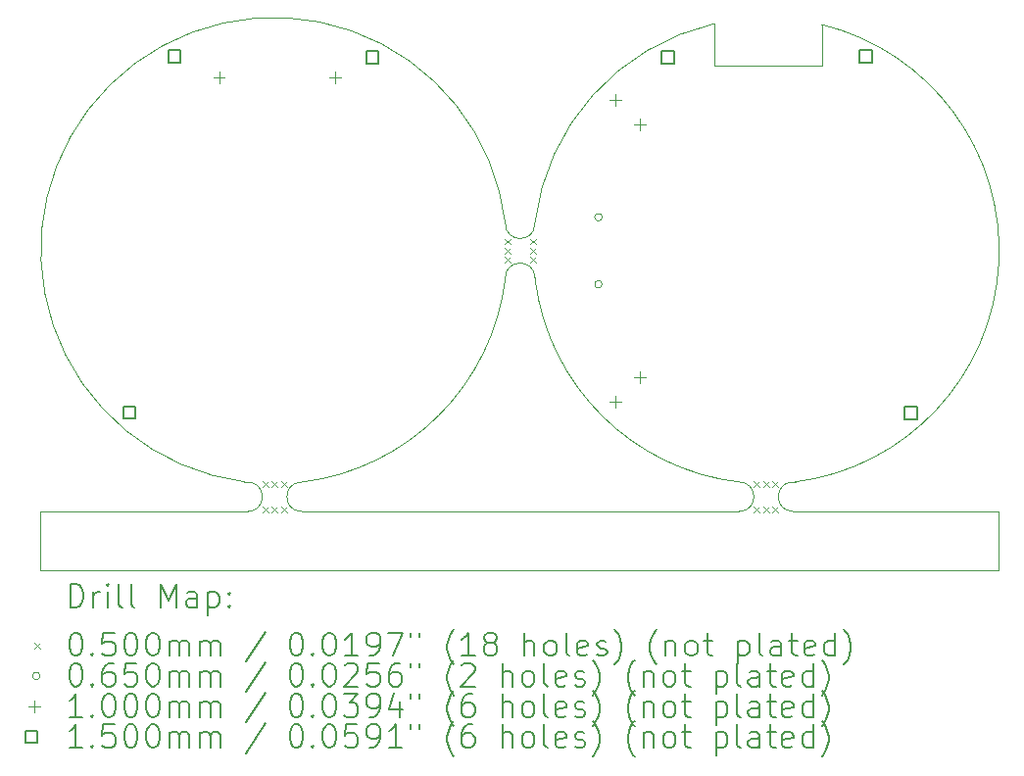
<source format=gbr>
%TF.GenerationSoftware,KiCad,Pcbnew,9.0.1-9.0.1-0~ubuntu22.04.1*%
%TF.CreationDate,2025-05-08T23:44:46+05:30*%
%TF.ProjectId,BEEWATCH MK2,42454557-4154-4434-9820-4d4b322e6b69,A*%
%TF.SameCoordinates,Original*%
%TF.FileFunction,Drillmap*%
%TF.FilePolarity,Positive*%
%FSLAX45Y45*%
G04 Gerber Fmt 4.5, Leading zero omitted, Abs format (unit mm)*
G04 Created by KiCad (PCBNEW 9.0.1-9.0.1-0~ubuntu22.04.1) date 2025-05-08 23:44:46*
%MOMM*%
%LPD*%
G01*
G04 APERTURE LIST*
%ADD10C,0.100000*%
%ADD11C,0.200000*%
%ADD12C,0.150000*%
G04 APERTURE END LIST*
D10*
X41454021Y-32011343D02*
X41459028Y-32042232D01*
X39438922Y-34031061D02*
X43219162Y-34030246D01*
X38944577Y-33773824D02*
G75*
G02*
X41200022Y-31545343I254931J1997592D01*
G01*
X43002253Y-30178343D02*
X43932253Y-30178343D01*
X38972922Y-34031061D02*
X37184164Y-34031061D01*
X45464163Y-34542743D02*
X37184164Y-34542743D01*
X43932253Y-30178343D02*
X43932253Y-29823343D01*
X43685162Y-34030246D02*
X45464163Y-34030246D01*
X37184164Y-34031061D02*
X37184164Y-34542743D01*
X43002334Y-29816775D02*
X43002253Y-30178343D01*
X45464163Y-34030246D02*
X45464163Y-34542743D01*
X43685162Y-33776246D02*
X43703882Y-33775508D01*
X38944577Y-33773824D02*
X38972922Y-33777249D01*
X43219160Y-33776246D02*
G75*
G02*
X41459027Y-32042233I234050J1997906D01*
G01*
X41200839Y-32011440D02*
G75*
G02*
X39438922Y-33777061I-2001329J235210D01*
G01*
X41454021Y-31545343D02*
G75*
G02*
X43002333Y-29816771I1999189J-232997D01*
G01*
X43932253Y-29823343D02*
G75*
G02*
X43703882Y-33775508I-479045J-1955000D01*
G01*
X38972922Y-33777061D02*
G75*
G02*
X38972922Y-34031061I0J-127000D01*
G01*
X39438922Y-34031061D02*
G75*
G02*
X39438922Y-33777061I0J127000D01*
G01*
X41200021Y-32011343D02*
G75*
G02*
X41454021Y-32011343I127000J0D01*
G01*
X41454021Y-31545343D02*
G75*
G02*
X41200021Y-31545343I-127000J0D01*
G01*
X43219162Y-33776246D02*
G75*
G02*
X43219162Y-34030246I0J-127000D01*
G01*
X43685162Y-34030246D02*
G75*
G02*
X43685162Y-33776246I0J127000D01*
G01*
D11*
D10*
X39100922Y-33769061D02*
X39150922Y-33819061D01*
X39150922Y-33769061D02*
X39100922Y-33819061D01*
X39100922Y-33989061D02*
X39150922Y-34039061D01*
X39150922Y-33989061D02*
X39100922Y-34039061D01*
X39180922Y-33769061D02*
X39230922Y-33819061D01*
X39230922Y-33769061D02*
X39180922Y-33819061D01*
X39180922Y-33989061D02*
X39230922Y-34039061D01*
X39230922Y-33989061D02*
X39180922Y-34039061D01*
X39260922Y-33769061D02*
X39310922Y-33819061D01*
X39310922Y-33769061D02*
X39260922Y-33819061D01*
X39260922Y-33989061D02*
X39310922Y-34039061D01*
X39310922Y-33989061D02*
X39260922Y-34039061D01*
X41192021Y-31673343D02*
X41242021Y-31723343D01*
X41242021Y-31673343D02*
X41192021Y-31723343D01*
X41192021Y-31753343D02*
X41242021Y-31803343D01*
X41242021Y-31753343D02*
X41192021Y-31803343D01*
X41192021Y-31833343D02*
X41242021Y-31883343D01*
X41242021Y-31833343D02*
X41192021Y-31883343D01*
X41412021Y-31673343D02*
X41462021Y-31723343D01*
X41462021Y-31673343D02*
X41412021Y-31723343D01*
X41412021Y-31753343D02*
X41462021Y-31803343D01*
X41462021Y-31753343D02*
X41412021Y-31803343D01*
X41412021Y-31833343D02*
X41462021Y-31883343D01*
X41462021Y-31833343D02*
X41412021Y-31883343D01*
X43347162Y-33768246D02*
X43397162Y-33818246D01*
X43397162Y-33768246D02*
X43347162Y-33818246D01*
X43347162Y-33988246D02*
X43397162Y-34038246D01*
X43397162Y-33988246D02*
X43347162Y-34038246D01*
X43427162Y-33768246D02*
X43477162Y-33818246D01*
X43477162Y-33768246D02*
X43427162Y-33818246D01*
X43427162Y-33988245D02*
X43477162Y-34038245D01*
X43477162Y-33988245D02*
X43427162Y-34038245D01*
X43507162Y-33768246D02*
X43557162Y-33818246D01*
X43557162Y-33768246D02*
X43507162Y-33818246D01*
X43507162Y-33988246D02*
X43557162Y-34038246D01*
X43557162Y-33988246D02*
X43507162Y-34038246D01*
X42036208Y-31489343D02*
G75*
G02*
X41971208Y-31489343I-32500J0D01*
G01*
X41971208Y-31489343D02*
G75*
G02*
X42036208Y-31489343I32500J0D01*
G01*
X42036208Y-32067343D02*
G75*
G02*
X41971208Y-32067343I-32500J0D01*
G01*
X41971208Y-32067343D02*
G75*
G02*
X42036208Y-32067343I32500J0D01*
G01*
X38725381Y-30228632D02*
X38725381Y-30328632D01*
X38675381Y-30278632D02*
X38775381Y-30278632D01*
X39725381Y-30228632D02*
X39725381Y-30328632D01*
X39675381Y-30278632D02*
X39775381Y-30278632D01*
X42147142Y-30422277D02*
X42147142Y-30522277D01*
X42097142Y-30472277D02*
X42197142Y-30472277D01*
X42147142Y-33034409D02*
X42147142Y-33134409D01*
X42097142Y-33084409D02*
X42197142Y-33084409D01*
X42359274Y-30634409D02*
X42359274Y-30734409D01*
X42309274Y-30684409D02*
X42409274Y-30684409D01*
X42359274Y-32822277D02*
X42359274Y-32922277D01*
X42309274Y-32872277D02*
X42409274Y-32872277D01*
D12*
X38003734Y-33229591D02*
X38003734Y-33123524D01*
X37897667Y-33123524D01*
X37897667Y-33229591D01*
X38003734Y-33229591D01*
X38393734Y-30149591D02*
X38393734Y-30043524D01*
X38287667Y-30043524D01*
X38287667Y-30149591D01*
X38393734Y-30149591D01*
X40103734Y-30159591D02*
X40103734Y-30053524D01*
X39997667Y-30053524D01*
X39997667Y-30159591D01*
X40103734Y-30159591D01*
X42656241Y-30161377D02*
X42656241Y-30055310D01*
X42550174Y-30055310D01*
X42550174Y-30161377D01*
X42656241Y-30161377D01*
X44366241Y-30151377D02*
X44366241Y-30045310D01*
X44260174Y-30045310D01*
X44260174Y-30151377D01*
X44366241Y-30151377D01*
X44756241Y-33231377D02*
X44756241Y-33125310D01*
X44650174Y-33125310D01*
X44650174Y-33231377D01*
X44756241Y-33231377D01*
D11*
X37439940Y-34859227D02*
X37439940Y-34659227D01*
X37439940Y-34659227D02*
X37487559Y-34659227D01*
X37487559Y-34659227D02*
X37516131Y-34668751D01*
X37516131Y-34668751D02*
X37535178Y-34687799D01*
X37535178Y-34687799D02*
X37544702Y-34706846D01*
X37544702Y-34706846D02*
X37554226Y-34744941D01*
X37554226Y-34744941D02*
X37554226Y-34773513D01*
X37554226Y-34773513D02*
X37544702Y-34811608D01*
X37544702Y-34811608D02*
X37535178Y-34830656D01*
X37535178Y-34830656D02*
X37516131Y-34849703D01*
X37516131Y-34849703D02*
X37487559Y-34859227D01*
X37487559Y-34859227D02*
X37439940Y-34859227D01*
X37639940Y-34859227D02*
X37639940Y-34725894D01*
X37639940Y-34763989D02*
X37649464Y-34744941D01*
X37649464Y-34744941D02*
X37658988Y-34735418D01*
X37658988Y-34735418D02*
X37678036Y-34725894D01*
X37678036Y-34725894D02*
X37697083Y-34725894D01*
X37763750Y-34859227D02*
X37763750Y-34725894D01*
X37763750Y-34659227D02*
X37754226Y-34668751D01*
X37754226Y-34668751D02*
X37763750Y-34678275D01*
X37763750Y-34678275D02*
X37773274Y-34668751D01*
X37773274Y-34668751D02*
X37763750Y-34659227D01*
X37763750Y-34659227D02*
X37763750Y-34678275D01*
X37887559Y-34859227D02*
X37868512Y-34849703D01*
X37868512Y-34849703D02*
X37858988Y-34830656D01*
X37858988Y-34830656D02*
X37858988Y-34659227D01*
X37992321Y-34859227D02*
X37973274Y-34849703D01*
X37973274Y-34849703D02*
X37963750Y-34830656D01*
X37963750Y-34830656D02*
X37963750Y-34659227D01*
X38220893Y-34859227D02*
X38220893Y-34659227D01*
X38220893Y-34659227D02*
X38287559Y-34802084D01*
X38287559Y-34802084D02*
X38354226Y-34659227D01*
X38354226Y-34659227D02*
X38354226Y-34859227D01*
X38535178Y-34859227D02*
X38535178Y-34754465D01*
X38535178Y-34754465D02*
X38525655Y-34735418D01*
X38525655Y-34735418D02*
X38506607Y-34725894D01*
X38506607Y-34725894D02*
X38468512Y-34725894D01*
X38468512Y-34725894D02*
X38449464Y-34735418D01*
X38535178Y-34849703D02*
X38516131Y-34859227D01*
X38516131Y-34859227D02*
X38468512Y-34859227D01*
X38468512Y-34859227D02*
X38449464Y-34849703D01*
X38449464Y-34849703D02*
X38439940Y-34830656D01*
X38439940Y-34830656D02*
X38439940Y-34811608D01*
X38439940Y-34811608D02*
X38449464Y-34792561D01*
X38449464Y-34792561D02*
X38468512Y-34783037D01*
X38468512Y-34783037D02*
X38516131Y-34783037D01*
X38516131Y-34783037D02*
X38535178Y-34773513D01*
X38630417Y-34725894D02*
X38630417Y-34925894D01*
X38630417Y-34735418D02*
X38649464Y-34725894D01*
X38649464Y-34725894D02*
X38687559Y-34725894D01*
X38687559Y-34725894D02*
X38706607Y-34735418D01*
X38706607Y-34735418D02*
X38716131Y-34744941D01*
X38716131Y-34744941D02*
X38725655Y-34763989D01*
X38725655Y-34763989D02*
X38725655Y-34821132D01*
X38725655Y-34821132D02*
X38716131Y-34840180D01*
X38716131Y-34840180D02*
X38706607Y-34849703D01*
X38706607Y-34849703D02*
X38687559Y-34859227D01*
X38687559Y-34859227D02*
X38649464Y-34859227D01*
X38649464Y-34859227D02*
X38630417Y-34849703D01*
X38811369Y-34840180D02*
X38820893Y-34849703D01*
X38820893Y-34849703D02*
X38811369Y-34859227D01*
X38811369Y-34859227D02*
X38801845Y-34849703D01*
X38801845Y-34849703D02*
X38811369Y-34840180D01*
X38811369Y-34840180D02*
X38811369Y-34859227D01*
X38811369Y-34735418D02*
X38820893Y-34744941D01*
X38820893Y-34744941D02*
X38811369Y-34754465D01*
X38811369Y-34754465D02*
X38801845Y-34744941D01*
X38801845Y-34744941D02*
X38811369Y-34735418D01*
X38811369Y-34735418D02*
X38811369Y-34754465D01*
D10*
X37129164Y-35162743D02*
X37179164Y-35212743D01*
X37179164Y-35162743D02*
X37129164Y-35212743D01*
D11*
X37478036Y-35079227D02*
X37497083Y-35079227D01*
X37497083Y-35079227D02*
X37516131Y-35088751D01*
X37516131Y-35088751D02*
X37525655Y-35098275D01*
X37525655Y-35098275D02*
X37535178Y-35117322D01*
X37535178Y-35117322D02*
X37544702Y-35155418D01*
X37544702Y-35155418D02*
X37544702Y-35203037D01*
X37544702Y-35203037D02*
X37535178Y-35241132D01*
X37535178Y-35241132D02*
X37525655Y-35260180D01*
X37525655Y-35260180D02*
X37516131Y-35269703D01*
X37516131Y-35269703D02*
X37497083Y-35279227D01*
X37497083Y-35279227D02*
X37478036Y-35279227D01*
X37478036Y-35279227D02*
X37458988Y-35269703D01*
X37458988Y-35269703D02*
X37449464Y-35260180D01*
X37449464Y-35260180D02*
X37439940Y-35241132D01*
X37439940Y-35241132D02*
X37430417Y-35203037D01*
X37430417Y-35203037D02*
X37430417Y-35155418D01*
X37430417Y-35155418D02*
X37439940Y-35117322D01*
X37439940Y-35117322D02*
X37449464Y-35098275D01*
X37449464Y-35098275D02*
X37458988Y-35088751D01*
X37458988Y-35088751D02*
X37478036Y-35079227D01*
X37630417Y-35260180D02*
X37639940Y-35269703D01*
X37639940Y-35269703D02*
X37630417Y-35279227D01*
X37630417Y-35279227D02*
X37620893Y-35269703D01*
X37620893Y-35269703D02*
X37630417Y-35260180D01*
X37630417Y-35260180D02*
X37630417Y-35279227D01*
X37820893Y-35079227D02*
X37725655Y-35079227D01*
X37725655Y-35079227D02*
X37716131Y-35174465D01*
X37716131Y-35174465D02*
X37725655Y-35164941D01*
X37725655Y-35164941D02*
X37744702Y-35155418D01*
X37744702Y-35155418D02*
X37792321Y-35155418D01*
X37792321Y-35155418D02*
X37811369Y-35164941D01*
X37811369Y-35164941D02*
X37820893Y-35174465D01*
X37820893Y-35174465D02*
X37830417Y-35193513D01*
X37830417Y-35193513D02*
X37830417Y-35241132D01*
X37830417Y-35241132D02*
X37820893Y-35260180D01*
X37820893Y-35260180D02*
X37811369Y-35269703D01*
X37811369Y-35269703D02*
X37792321Y-35279227D01*
X37792321Y-35279227D02*
X37744702Y-35279227D01*
X37744702Y-35279227D02*
X37725655Y-35269703D01*
X37725655Y-35269703D02*
X37716131Y-35260180D01*
X37954226Y-35079227D02*
X37973274Y-35079227D01*
X37973274Y-35079227D02*
X37992321Y-35088751D01*
X37992321Y-35088751D02*
X38001845Y-35098275D01*
X38001845Y-35098275D02*
X38011369Y-35117322D01*
X38011369Y-35117322D02*
X38020893Y-35155418D01*
X38020893Y-35155418D02*
X38020893Y-35203037D01*
X38020893Y-35203037D02*
X38011369Y-35241132D01*
X38011369Y-35241132D02*
X38001845Y-35260180D01*
X38001845Y-35260180D02*
X37992321Y-35269703D01*
X37992321Y-35269703D02*
X37973274Y-35279227D01*
X37973274Y-35279227D02*
X37954226Y-35279227D01*
X37954226Y-35279227D02*
X37935178Y-35269703D01*
X37935178Y-35269703D02*
X37925655Y-35260180D01*
X37925655Y-35260180D02*
X37916131Y-35241132D01*
X37916131Y-35241132D02*
X37906607Y-35203037D01*
X37906607Y-35203037D02*
X37906607Y-35155418D01*
X37906607Y-35155418D02*
X37916131Y-35117322D01*
X37916131Y-35117322D02*
X37925655Y-35098275D01*
X37925655Y-35098275D02*
X37935178Y-35088751D01*
X37935178Y-35088751D02*
X37954226Y-35079227D01*
X38144702Y-35079227D02*
X38163750Y-35079227D01*
X38163750Y-35079227D02*
X38182798Y-35088751D01*
X38182798Y-35088751D02*
X38192321Y-35098275D01*
X38192321Y-35098275D02*
X38201845Y-35117322D01*
X38201845Y-35117322D02*
X38211369Y-35155418D01*
X38211369Y-35155418D02*
X38211369Y-35203037D01*
X38211369Y-35203037D02*
X38201845Y-35241132D01*
X38201845Y-35241132D02*
X38192321Y-35260180D01*
X38192321Y-35260180D02*
X38182798Y-35269703D01*
X38182798Y-35269703D02*
X38163750Y-35279227D01*
X38163750Y-35279227D02*
X38144702Y-35279227D01*
X38144702Y-35279227D02*
X38125655Y-35269703D01*
X38125655Y-35269703D02*
X38116131Y-35260180D01*
X38116131Y-35260180D02*
X38106607Y-35241132D01*
X38106607Y-35241132D02*
X38097083Y-35203037D01*
X38097083Y-35203037D02*
X38097083Y-35155418D01*
X38097083Y-35155418D02*
X38106607Y-35117322D01*
X38106607Y-35117322D02*
X38116131Y-35098275D01*
X38116131Y-35098275D02*
X38125655Y-35088751D01*
X38125655Y-35088751D02*
X38144702Y-35079227D01*
X38297083Y-35279227D02*
X38297083Y-35145894D01*
X38297083Y-35164941D02*
X38306607Y-35155418D01*
X38306607Y-35155418D02*
X38325655Y-35145894D01*
X38325655Y-35145894D02*
X38354226Y-35145894D01*
X38354226Y-35145894D02*
X38373274Y-35155418D01*
X38373274Y-35155418D02*
X38382798Y-35174465D01*
X38382798Y-35174465D02*
X38382798Y-35279227D01*
X38382798Y-35174465D02*
X38392321Y-35155418D01*
X38392321Y-35155418D02*
X38411369Y-35145894D01*
X38411369Y-35145894D02*
X38439940Y-35145894D01*
X38439940Y-35145894D02*
X38458988Y-35155418D01*
X38458988Y-35155418D02*
X38468512Y-35174465D01*
X38468512Y-35174465D02*
X38468512Y-35279227D01*
X38563750Y-35279227D02*
X38563750Y-35145894D01*
X38563750Y-35164941D02*
X38573274Y-35155418D01*
X38573274Y-35155418D02*
X38592321Y-35145894D01*
X38592321Y-35145894D02*
X38620893Y-35145894D01*
X38620893Y-35145894D02*
X38639940Y-35155418D01*
X38639940Y-35155418D02*
X38649464Y-35174465D01*
X38649464Y-35174465D02*
X38649464Y-35279227D01*
X38649464Y-35174465D02*
X38658988Y-35155418D01*
X38658988Y-35155418D02*
X38678036Y-35145894D01*
X38678036Y-35145894D02*
X38706607Y-35145894D01*
X38706607Y-35145894D02*
X38725655Y-35155418D01*
X38725655Y-35155418D02*
X38735179Y-35174465D01*
X38735179Y-35174465D02*
X38735179Y-35279227D01*
X39125655Y-35069703D02*
X38954226Y-35326846D01*
X39382798Y-35079227D02*
X39401845Y-35079227D01*
X39401845Y-35079227D02*
X39420893Y-35088751D01*
X39420893Y-35088751D02*
X39430417Y-35098275D01*
X39430417Y-35098275D02*
X39439941Y-35117322D01*
X39439941Y-35117322D02*
X39449464Y-35155418D01*
X39449464Y-35155418D02*
X39449464Y-35203037D01*
X39449464Y-35203037D02*
X39439941Y-35241132D01*
X39439941Y-35241132D02*
X39430417Y-35260180D01*
X39430417Y-35260180D02*
X39420893Y-35269703D01*
X39420893Y-35269703D02*
X39401845Y-35279227D01*
X39401845Y-35279227D02*
X39382798Y-35279227D01*
X39382798Y-35279227D02*
X39363750Y-35269703D01*
X39363750Y-35269703D02*
X39354226Y-35260180D01*
X39354226Y-35260180D02*
X39344702Y-35241132D01*
X39344702Y-35241132D02*
X39335179Y-35203037D01*
X39335179Y-35203037D02*
X39335179Y-35155418D01*
X39335179Y-35155418D02*
X39344702Y-35117322D01*
X39344702Y-35117322D02*
X39354226Y-35098275D01*
X39354226Y-35098275D02*
X39363750Y-35088751D01*
X39363750Y-35088751D02*
X39382798Y-35079227D01*
X39535179Y-35260180D02*
X39544702Y-35269703D01*
X39544702Y-35269703D02*
X39535179Y-35279227D01*
X39535179Y-35279227D02*
X39525655Y-35269703D01*
X39525655Y-35269703D02*
X39535179Y-35260180D01*
X39535179Y-35260180D02*
X39535179Y-35279227D01*
X39668512Y-35079227D02*
X39687560Y-35079227D01*
X39687560Y-35079227D02*
X39706607Y-35088751D01*
X39706607Y-35088751D02*
X39716131Y-35098275D01*
X39716131Y-35098275D02*
X39725655Y-35117322D01*
X39725655Y-35117322D02*
X39735179Y-35155418D01*
X39735179Y-35155418D02*
X39735179Y-35203037D01*
X39735179Y-35203037D02*
X39725655Y-35241132D01*
X39725655Y-35241132D02*
X39716131Y-35260180D01*
X39716131Y-35260180D02*
X39706607Y-35269703D01*
X39706607Y-35269703D02*
X39687560Y-35279227D01*
X39687560Y-35279227D02*
X39668512Y-35279227D01*
X39668512Y-35279227D02*
X39649464Y-35269703D01*
X39649464Y-35269703D02*
X39639941Y-35260180D01*
X39639941Y-35260180D02*
X39630417Y-35241132D01*
X39630417Y-35241132D02*
X39620893Y-35203037D01*
X39620893Y-35203037D02*
X39620893Y-35155418D01*
X39620893Y-35155418D02*
X39630417Y-35117322D01*
X39630417Y-35117322D02*
X39639941Y-35098275D01*
X39639941Y-35098275D02*
X39649464Y-35088751D01*
X39649464Y-35088751D02*
X39668512Y-35079227D01*
X39925655Y-35279227D02*
X39811369Y-35279227D01*
X39868512Y-35279227D02*
X39868512Y-35079227D01*
X39868512Y-35079227D02*
X39849464Y-35107799D01*
X39849464Y-35107799D02*
X39830417Y-35126846D01*
X39830417Y-35126846D02*
X39811369Y-35136370D01*
X40020893Y-35279227D02*
X40058988Y-35279227D01*
X40058988Y-35279227D02*
X40078036Y-35269703D01*
X40078036Y-35269703D02*
X40087560Y-35260180D01*
X40087560Y-35260180D02*
X40106607Y-35231608D01*
X40106607Y-35231608D02*
X40116131Y-35193513D01*
X40116131Y-35193513D02*
X40116131Y-35117322D01*
X40116131Y-35117322D02*
X40106607Y-35098275D01*
X40106607Y-35098275D02*
X40097083Y-35088751D01*
X40097083Y-35088751D02*
X40078036Y-35079227D01*
X40078036Y-35079227D02*
X40039941Y-35079227D01*
X40039941Y-35079227D02*
X40020893Y-35088751D01*
X40020893Y-35088751D02*
X40011369Y-35098275D01*
X40011369Y-35098275D02*
X40001845Y-35117322D01*
X40001845Y-35117322D02*
X40001845Y-35164941D01*
X40001845Y-35164941D02*
X40011369Y-35183989D01*
X40011369Y-35183989D02*
X40020893Y-35193513D01*
X40020893Y-35193513D02*
X40039941Y-35203037D01*
X40039941Y-35203037D02*
X40078036Y-35203037D01*
X40078036Y-35203037D02*
X40097083Y-35193513D01*
X40097083Y-35193513D02*
X40106607Y-35183989D01*
X40106607Y-35183989D02*
X40116131Y-35164941D01*
X40182798Y-35079227D02*
X40316131Y-35079227D01*
X40316131Y-35079227D02*
X40230417Y-35279227D01*
X40382798Y-35079227D02*
X40382798Y-35117322D01*
X40458988Y-35079227D02*
X40458988Y-35117322D01*
X40754226Y-35355418D02*
X40744703Y-35345894D01*
X40744703Y-35345894D02*
X40725655Y-35317322D01*
X40725655Y-35317322D02*
X40716131Y-35298275D01*
X40716131Y-35298275D02*
X40706607Y-35269703D01*
X40706607Y-35269703D02*
X40697084Y-35222084D01*
X40697084Y-35222084D02*
X40697084Y-35183989D01*
X40697084Y-35183989D02*
X40706607Y-35136370D01*
X40706607Y-35136370D02*
X40716131Y-35107799D01*
X40716131Y-35107799D02*
X40725655Y-35088751D01*
X40725655Y-35088751D02*
X40744703Y-35060180D01*
X40744703Y-35060180D02*
X40754226Y-35050656D01*
X40935179Y-35279227D02*
X40820893Y-35279227D01*
X40878036Y-35279227D02*
X40878036Y-35079227D01*
X40878036Y-35079227D02*
X40858988Y-35107799D01*
X40858988Y-35107799D02*
X40839941Y-35126846D01*
X40839941Y-35126846D02*
X40820893Y-35136370D01*
X41049464Y-35164941D02*
X41030417Y-35155418D01*
X41030417Y-35155418D02*
X41020893Y-35145894D01*
X41020893Y-35145894D02*
X41011369Y-35126846D01*
X41011369Y-35126846D02*
X41011369Y-35117322D01*
X41011369Y-35117322D02*
X41020893Y-35098275D01*
X41020893Y-35098275D02*
X41030417Y-35088751D01*
X41030417Y-35088751D02*
X41049464Y-35079227D01*
X41049464Y-35079227D02*
X41087560Y-35079227D01*
X41087560Y-35079227D02*
X41106607Y-35088751D01*
X41106607Y-35088751D02*
X41116131Y-35098275D01*
X41116131Y-35098275D02*
X41125655Y-35117322D01*
X41125655Y-35117322D02*
X41125655Y-35126846D01*
X41125655Y-35126846D02*
X41116131Y-35145894D01*
X41116131Y-35145894D02*
X41106607Y-35155418D01*
X41106607Y-35155418D02*
X41087560Y-35164941D01*
X41087560Y-35164941D02*
X41049464Y-35164941D01*
X41049464Y-35164941D02*
X41030417Y-35174465D01*
X41030417Y-35174465D02*
X41020893Y-35183989D01*
X41020893Y-35183989D02*
X41011369Y-35203037D01*
X41011369Y-35203037D02*
X41011369Y-35241132D01*
X41011369Y-35241132D02*
X41020893Y-35260180D01*
X41020893Y-35260180D02*
X41030417Y-35269703D01*
X41030417Y-35269703D02*
X41049464Y-35279227D01*
X41049464Y-35279227D02*
X41087560Y-35279227D01*
X41087560Y-35279227D02*
X41106607Y-35269703D01*
X41106607Y-35269703D02*
X41116131Y-35260180D01*
X41116131Y-35260180D02*
X41125655Y-35241132D01*
X41125655Y-35241132D02*
X41125655Y-35203037D01*
X41125655Y-35203037D02*
X41116131Y-35183989D01*
X41116131Y-35183989D02*
X41106607Y-35174465D01*
X41106607Y-35174465D02*
X41087560Y-35164941D01*
X41363750Y-35279227D02*
X41363750Y-35079227D01*
X41449465Y-35279227D02*
X41449465Y-35174465D01*
X41449465Y-35174465D02*
X41439941Y-35155418D01*
X41439941Y-35155418D02*
X41420893Y-35145894D01*
X41420893Y-35145894D02*
X41392322Y-35145894D01*
X41392322Y-35145894D02*
X41373274Y-35155418D01*
X41373274Y-35155418D02*
X41363750Y-35164941D01*
X41573274Y-35279227D02*
X41554226Y-35269703D01*
X41554226Y-35269703D02*
X41544703Y-35260180D01*
X41544703Y-35260180D02*
X41535179Y-35241132D01*
X41535179Y-35241132D02*
X41535179Y-35183989D01*
X41535179Y-35183989D02*
X41544703Y-35164941D01*
X41544703Y-35164941D02*
X41554226Y-35155418D01*
X41554226Y-35155418D02*
X41573274Y-35145894D01*
X41573274Y-35145894D02*
X41601846Y-35145894D01*
X41601846Y-35145894D02*
X41620893Y-35155418D01*
X41620893Y-35155418D02*
X41630417Y-35164941D01*
X41630417Y-35164941D02*
X41639941Y-35183989D01*
X41639941Y-35183989D02*
X41639941Y-35241132D01*
X41639941Y-35241132D02*
X41630417Y-35260180D01*
X41630417Y-35260180D02*
X41620893Y-35269703D01*
X41620893Y-35269703D02*
X41601846Y-35279227D01*
X41601846Y-35279227D02*
X41573274Y-35279227D01*
X41754226Y-35279227D02*
X41735179Y-35269703D01*
X41735179Y-35269703D02*
X41725655Y-35250656D01*
X41725655Y-35250656D02*
X41725655Y-35079227D01*
X41906607Y-35269703D02*
X41887560Y-35279227D01*
X41887560Y-35279227D02*
X41849465Y-35279227D01*
X41849465Y-35279227D02*
X41830417Y-35269703D01*
X41830417Y-35269703D02*
X41820893Y-35250656D01*
X41820893Y-35250656D02*
X41820893Y-35174465D01*
X41820893Y-35174465D02*
X41830417Y-35155418D01*
X41830417Y-35155418D02*
X41849465Y-35145894D01*
X41849465Y-35145894D02*
X41887560Y-35145894D01*
X41887560Y-35145894D02*
X41906607Y-35155418D01*
X41906607Y-35155418D02*
X41916131Y-35174465D01*
X41916131Y-35174465D02*
X41916131Y-35193513D01*
X41916131Y-35193513D02*
X41820893Y-35212561D01*
X41992322Y-35269703D02*
X42011369Y-35279227D01*
X42011369Y-35279227D02*
X42049465Y-35279227D01*
X42049465Y-35279227D02*
X42068512Y-35269703D01*
X42068512Y-35269703D02*
X42078036Y-35250656D01*
X42078036Y-35250656D02*
X42078036Y-35241132D01*
X42078036Y-35241132D02*
X42068512Y-35222084D01*
X42068512Y-35222084D02*
X42049465Y-35212561D01*
X42049465Y-35212561D02*
X42020893Y-35212561D01*
X42020893Y-35212561D02*
X42001846Y-35203037D01*
X42001846Y-35203037D02*
X41992322Y-35183989D01*
X41992322Y-35183989D02*
X41992322Y-35174465D01*
X41992322Y-35174465D02*
X42001846Y-35155418D01*
X42001846Y-35155418D02*
X42020893Y-35145894D01*
X42020893Y-35145894D02*
X42049465Y-35145894D01*
X42049465Y-35145894D02*
X42068512Y-35155418D01*
X42144703Y-35355418D02*
X42154227Y-35345894D01*
X42154227Y-35345894D02*
X42173274Y-35317322D01*
X42173274Y-35317322D02*
X42182798Y-35298275D01*
X42182798Y-35298275D02*
X42192322Y-35269703D01*
X42192322Y-35269703D02*
X42201846Y-35222084D01*
X42201846Y-35222084D02*
X42201846Y-35183989D01*
X42201846Y-35183989D02*
X42192322Y-35136370D01*
X42192322Y-35136370D02*
X42182798Y-35107799D01*
X42182798Y-35107799D02*
X42173274Y-35088751D01*
X42173274Y-35088751D02*
X42154227Y-35060180D01*
X42154227Y-35060180D02*
X42144703Y-35050656D01*
X42506608Y-35355418D02*
X42497084Y-35345894D01*
X42497084Y-35345894D02*
X42478036Y-35317322D01*
X42478036Y-35317322D02*
X42468512Y-35298275D01*
X42468512Y-35298275D02*
X42458988Y-35269703D01*
X42458988Y-35269703D02*
X42449465Y-35222084D01*
X42449465Y-35222084D02*
X42449465Y-35183989D01*
X42449465Y-35183989D02*
X42458988Y-35136370D01*
X42458988Y-35136370D02*
X42468512Y-35107799D01*
X42468512Y-35107799D02*
X42478036Y-35088751D01*
X42478036Y-35088751D02*
X42497084Y-35060180D01*
X42497084Y-35060180D02*
X42506608Y-35050656D01*
X42582798Y-35145894D02*
X42582798Y-35279227D01*
X42582798Y-35164941D02*
X42592322Y-35155418D01*
X42592322Y-35155418D02*
X42611369Y-35145894D01*
X42611369Y-35145894D02*
X42639941Y-35145894D01*
X42639941Y-35145894D02*
X42658988Y-35155418D01*
X42658988Y-35155418D02*
X42668512Y-35174465D01*
X42668512Y-35174465D02*
X42668512Y-35279227D01*
X42792322Y-35279227D02*
X42773274Y-35269703D01*
X42773274Y-35269703D02*
X42763750Y-35260180D01*
X42763750Y-35260180D02*
X42754227Y-35241132D01*
X42754227Y-35241132D02*
X42754227Y-35183989D01*
X42754227Y-35183989D02*
X42763750Y-35164941D01*
X42763750Y-35164941D02*
X42773274Y-35155418D01*
X42773274Y-35155418D02*
X42792322Y-35145894D01*
X42792322Y-35145894D02*
X42820893Y-35145894D01*
X42820893Y-35145894D02*
X42839941Y-35155418D01*
X42839941Y-35155418D02*
X42849465Y-35164941D01*
X42849465Y-35164941D02*
X42858988Y-35183989D01*
X42858988Y-35183989D02*
X42858988Y-35241132D01*
X42858988Y-35241132D02*
X42849465Y-35260180D01*
X42849465Y-35260180D02*
X42839941Y-35269703D01*
X42839941Y-35269703D02*
X42820893Y-35279227D01*
X42820893Y-35279227D02*
X42792322Y-35279227D01*
X42916131Y-35145894D02*
X42992322Y-35145894D01*
X42944703Y-35079227D02*
X42944703Y-35250656D01*
X42944703Y-35250656D02*
X42954227Y-35269703D01*
X42954227Y-35269703D02*
X42973274Y-35279227D01*
X42973274Y-35279227D02*
X42992322Y-35279227D01*
X43211369Y-35145894D02*
X43211369Y-35345894D01*
X43211369Y-35155418D02*
X43230417Y-35145894D01*
X43230417Y-35145894D02*
X43268512Y-35145894D01*
X43268512Y-35145894D02*
X43287560Y-35155418D01*
X43287560Y-35155418D02*
X43297084Y-35164941D01*
X43297084Y-35164941D02*
X43306608Y-35183989D01*
X43306608Y-35183989D02*
X43306608Y-35241132D01*
X43306608Y-35241132D02*
X43297084Y-35260180D01*
X43297084Y-35260180D02*
X43287560Y-35269703D01*
X43287560Y-35269703D02*
X43268512Y-35279227D01*
X43268512Y-35279227D02*
X43230417Y-35279227D01*
X43230417Y-35279227D02*
X43211369Y-35269703D01*
X43420893Y-35279227D02*
X43401846Y-35269703D01*
X43401846Y-35269703D02*
X43392322Y-35250656D01*
X43392322Y-35250656D02*
X43392322Y-35079227D01*
X43582798Y-35279227D02*
X43582798Y-35174465D01*
X43582798Y-35174465D02*
X43573274Y-35155418D01*
X43573274Y-35155418D02*
X43554227Y-35145894D01*
X43554227Y-35145894D02*
X43516131Y-35145894D01*
X43516131Y-35145894D02*
X43497084Y-35155418D01*
X43582798Y-35269703D02*
X43563750Y-35279227D01*
X43563750Y-35279227D02*
X43516131Y-35279227D01*
X43516131Y-35279227D02*
X43497084Y-35269703D01*
X43497084Y-35269703D02*
X43487560Y-35250656D01*
X43487560Y-35250656D02*
X43487560Y-35231608D01*
X43487560Y-35231608D02*
X43497084Y-35212561D01*
X43497084Y-35212561D02*
X43516131Y-35203037D01*
X43516131Y-35203037D02*
X43563750Y-35203037D01*
X43563750Y-35203037D02*
X43582798Y-35193513D01*
X43649465Y-35145894D02*
X43725655Y-35145894D01*
X43678036Y-35079227D02*
X43678036Y-35250656D01*
X43678036Y-35250656D02*
X43687560Y-35269703D01*
X43687560Y-35269703D02*
X43706608Y-35279227D01*
X43706608Y-35279227D02*
X43725655Y-35279227D01*
X43868512Y-35269703D02*
X43849465Y-35279227D01*
X43849465Y-35279227D02*
X43811369Y-35279227D01*
X43811369Y-35279227D02*
X43792322Y-35269703D01*
X43792322Y-35269703D02*
X43782798Y-35250656D01*
X43782798Y-35250656D02*
X43782798Y-35174465D01*
X43782798Y-35174465D02*
X43792322Y-35155418D01*
X43792322Y-35155418D02*
X43811369Y-35145894D01*
X43811369Y-35145894D02*
X43849465Y-35145894D01*
X43849465Y-35145894D02*
X43868512Y-35155418D01*
X43868512Y-35155418D02*
X43878036Y-35174465D01*
X43878036Y-35174465D02*
X43878036Y-35193513D01*
X43878036Y-35193513D02*
X43782798Y-35212561D01*
X44049465Y-35279227D02*
X44049465Y-35079227D01*
X44049465Y-35269703D02*
X44030417Y-35279227D01*
X44030417Y-35279227D02*
X43992322Y-35279227D01*
X43992322Y-35279227D02*
X43973274Y-35269703D01*
X43973274Y-35269703D02*
X43963750Y-35260180D01*
X43963750Y-35260180D02*
X43954227Y-35241132D01*
X43954227Y-35241132D02*
X43954227Y-35183989D01*
X43954227Y-35183989D02*
X43963750Y-35164941D01*
X43963750Y-35164941D02*
X43973274Y-35155418D01*
X43973274Y-35155418D02*
X43992322Y-35145894D01*
X43992322Y-35145894D02*
X44030417Y-35145894D01*
X44030417Y-35145894D02*
X44049465Y-35155418D01*
X44125655Y-35355418D02*
X44135179Y-35345894D01*
X44135179Y-35345894D02*
X44154227Y-35317322D01*
X44154227Y-35317322D02*
X44163750Y-35298275D01*
X44163750Y-35298275D02*
X44173274Y-35269703D01*
X44173274Y-35269703D02*
X44182798Y-35222084D01*
X44182798Y-35222084D02*
X44182798Y-35183989D01*
X44182798Y-35183989D02*
X44173274Y-35136370D01*
X44173274Y-35136370D02*
X44163750Y-35107799D01*
X44163750Y-35107799D02*
X44154227Y-35088751D01*
X44154227Y-35088751D02*
X44135179Y-35060180D01*
X44135179Y-35060180D02*
X44125655Y-35050656D01*
D10*
X37179164Y-35451743D02*
G75*
G02*
X37114164Y-35451743I-32500J0D01*
G01*
X37114164Y-35451743D02*
G75*
G02*
X37179164Y-35451743I32500J0D01*
G01*
D11*
X37478036Y-35343227D02*
X37497083Y-35343227D01*
X37497083Y-35343227D02*
X37516131Y-35352751D01*
X37516131Y-35352751D02*
X37525655Y-35362275D01*
X37525655Y-35362275D02*
X37535178Y-35381322D01*
X37535178Y-35381322D02*
X37544702Y-35419418D01*
X37544702Y-35419418D02*
X37544702Y-35467037D01*
X37544702Y-35467037D02*
X37535178Y-35505132D01*
X37535178Y-35505132D02*
X37525655Y-35524180D01*
X37525655Y-35524180D02*
X37516131Y-35533703D01*
X37516131Y-35533703D02*
X37497083Y-35543227D01*
X37497083Y-35543227D02*
X37478036Y-35543227D01*
X37478036Y-35543227D02*
X37458988Y-35533703D01*
X37458988Y-35533703D02*
X37449464Y-35524180D01*
X37449464Y-35524180D02*
X37439940Y-35505132D01*
X37439940Y-35505132D02*
X37430417Y-35467037D01*
X37430417Y-35467037D02*
X37430417Y-35419418D01*
X37430417Y-35419418D02*
X37439940Y-35381322D01*
X37439940Y-35381322D02*
X37449464Y-35362275D01*
X37449464Y-35362275D02*
X37458988Y-35352751D01*
X37458988Y-35352751D02*
X37478036Y-35343227D01*
X37630417Y-35524180D02*
X37639940Y-35533703D01*
X37639940Y-35533703D02*
X37630417Y-35543227D01*
X37630417Y-35543227D02*
X37620893Y-35533703D01*
X37620893Y-35533703D02*
X37630417Y-35524180D01*
X37630417Y-35524180D02*
X37630417Y-35543227D01*
X37811369Y-35343227D02*
X37773274Y-35343227D01*
X37773274Y-35343227D02*
X37754226Y-35352751D01*
X37754226Y-35352751D02*
X37744702Y-35362275D01*
X37744702Y-35362275D02*
X37725655Y-35390846D01*
X37725655Y-35390846D02*
X37716131Y-35428941D01*
X37716131Y-35428941D02*
X37716131Y-35505132D01*
X37716131Y-35505132D02*
X37725655Y-35524180D01*
X37725655Y-35524180D02*
X37735178Y-35533703D01*
X37735178Y-35533703D02*
X37754226Y-35543227D01*
X37754226Y-35543227D02*
X37792321Y-35543227D01*
X37792321Y-35543227D02*
X37811369Y-35533703D01*
X37811369Y-35533703D02*
X37820893Y-35524180D01*
X37820893Y-35524180D02*
X37830417Y-35505132D01*
X37830417Y-35505132D02*
X37830417Y-35457513D01*
X37830417Y-35457513D02*
X37820893Y-35438465D01*
X37820893Y-35438465D02*
X37811369Y-35428941D01*
X37811369Y-35428941D02*
X37792321Y-35419418D01*
X37792321Y-35419418D02*
X37754226Y-35419418D01*
X37754226Y-35419418D02*
X37735178Y-35428941D01*
X37735178Y-35428941D02*
X37725655Y-35438465D01*
X37725655Y-35438465D02*
X37716131Y-35457513D01*
X38011369Y-35343227D02*
X37916131Y-35343227D01*
X37916131Y-35343227D02*
X37906607Y-35438465D01*
X37906607Y-35438465D02*
X37916131Y-35428941D01*
X37916131Y-35428941D02*
X37935178Y-35419418D01*
X37935178Y-35419418D02*
X37982798Y-35419418D01*
X37982798Y-35419418D02*
X38001845Y-35428941D01*
X38001845Y-35428941D02*
X38011369Y-35438465D01*
X38011369Y-35438465D02*
X38020893Y-35457513D01*
X38020893Y-35457513D02*
X38020893Y-35505132D01*
X38020893Y-35505132D02*
X38011369Y-35524180D01*
X38011369Y-35524180D02*
X38001845Y-35533703D01*
X38001845Y-35533703D02*
X37982798Y-35543227D01*
X37982798Y-35543227D02*
X37935178Y-35543227D01*
X37935178Y-35543227D02*
X37916131Y-35533703D01*
X37916131Y-35533703D02*
X37906607Y-35524180D01*
X38144702Y-35343227D02*
X38163750Y-35343227D01*
X38163750Y-35343227D02*
X38182798Y-35352751D01*
X38182798Y-35352751D02*
X38192321Y-35362275D01*
X38192321Y-35362275D02*
X38201845Y-35381322D01*
X38201845Y-35381322D02*
X38211369Y-35419418D01*
X38211369Y-35419418D02*
X38211369Y-35467037D01*
X38211369Y-35467037D02*
X38201845Y-35505132D01*
X38201845Y-35505132D02*
X38192321Y-35524180D01*
X38192321Y-35524180D02*
X38182798Y-35533703D01*
X38182798Y-35533703D02*
X38163750Y-35543227D01*
X38163750Y-35543227D02*
X38144702Y-35543227D01*
X38144702Y-35543227D02*
X38125655Y-35533703D01*
X38125655Y-35533703D02*
X38116131Y-35524180D01*
X38116131Y-35524180D02*
X38106607Y-35505132D01*
X38106607Y-35505132D02*
X38097083Y-35467037D01*
X38097083Y-35467037D02*
X38097083Y-35419418D01*
X38097083Y-35419418D02*
X38106607Y-35381322D01*
X38106607Y-35381322D02*
X38116131Y-35362275D01*
X38116131Y-35362275D02*
X38125655Y-35352751D01*
X38125655Y-35352751D02*
X38144702Y-35343227D01*
X38297083Y-35543227D02*
X38297083Y-35409894D01*
X38297083Y-35428941D02*
X38306607Y-35419418D01*
X38306607Y-35419418D02*
X38325655Y-35409894D01*
X38325655Y-35409894D02*
X38354226Y-35409894D01*
X38354226Y-35409894D02*
X38373274Y-35419418D01*
X38373274Y-35419418D02*
X38382798Y-35438465D01*
X38382798Y-35438465D02*
X38382798Y-35543227D01*
X38382798Y-35438465D02*
X38392321Y-35419418D01*
X38392321Y-35419418D02*
X38411369Y-35409894D01*
X38411369Y-35409894D02*
X38439940Y-35409894D01*
X38439940Y-35409894D02*
X38458988Y-35419418D01*
X38458988Y-35419418D02*
X38468512Y-35438465D01*
X38468512Y-35438465D02*
X38468512Y-35543227D01*
X38563750Y-35543227D02*
X38563750Y-35409894D01*
X38563750Y-35428941D02*
X38573274Y-35419418D01*
X38573274Y-35419418D02*
X38592321Y-35409894D01*
X38592321Y-35409894D02*
X38620893Y-35409894D01*
X38620893Y-35409894D02*
X38639940Y-35419418D01*
X38639940Y-35419418D02*
X38649464Y-35438465D01*
X38649464Y-35438465D02*
X38649464Y-35543227D01*
X38649464Y-35438465D02*
X38658988Y-35419418D01*
X38658988Y-35419418D02*
X38678036Y-35409894D01*
X38678036Y-35409894D02*
X38706607Y-35409894D01*
X38706607Y-35409894D02*
X38725655Y-35419418D01*
X38725655Y-35419418D02*
X38735179Y-35438465D01*
X38735179Y-35438465D02*
X38735179Y-35543227D01*
X39125655Y-35333703D02*
X38954226Y-35590846D01*
X39382798Y-35343227D02*
X39401845Y-35343227D01*
X39401845Y-35343227D02*
X39420893Y-35352751D01*
X39420893Y-35352751D02*
X39430417Y-35362275D01*
X39430417Y-35362275D02*
X39439941Y-35381322D01*
X39439941Y-35381322D02*
X39449464Y-35419418D01*
X39449464Y-35419418D02*
X39449464Y-35467037D01*
X39449464Y-35467037D02*
X39439941Y-35505132D01*
X39439941Y-35505132D02*
X39430417Y-35524180D01*
X39430417Y-35524180D02*
X39420893Y-35533703D01*
X39420893Y-35533703D02*
X39401845Y-35543227D01*
X39401845Y-35543227D02*
X39382798Y-35543227D01*
X39382798Y-35543227D02*
X39363750Y-35533703D01*
X39363750Y-35533703D02*
X39354226Y-35524180D01*
X39354226Y-35524180D02*
X39344702Y-35505132D01*
X39344702Y-35505132D02*
X39335179Y-35467037D01*
X39335179Y-35467037D02*
X39335179Y-35419418D01*
X39335179Y-35419418D02*
X39344702Y-35381322D01*
X39344702Y-35381322D02*
X39354226Y-35362275D01*
X39354226Y-35362275D02*
X39363750Y-35352751D01*
X39363750Y-35352751D02*
X39382798Y-35343227D01*
X39535179Y-35524180D02*
X39544702Y-35533703D01*
X39544702Y-35533703D02*
X39535179Y-35543227D01*
X39535179Y-35543227D02*
X39525655Y-35533703D01*
X39525655Y-35533703D02*
X39535179Y-35524180D01*
X39535179Y-35524180D02*
X39535179Y-35543227D01*
X39668512Y-35343227D02*
X39687560Y-35343227D01*
X39687560Y-35343227D02*
X39706607Y-35352751D01*
X39706607Y-35352751D02*
X39716131Y-35362275D01*
X39716131Y-35362275D02*
X39725655Y-35381322D01*
X39725655Y-35381322D02*
X39735179Y-35419418D01*
X39735179Y-35419418D02*
X39735179Y-35467037D01*
X39735179Y-35467037D02*
X39725655Y-35505132D01*
X39725655Y-35505132D02*
X39716131Y-35524180D01*
X39716131Y-35524180D02*
X39706607Y-35533703D01*
X39706607Y-35533703D02*
X39687560Y-35543227D01*
X39687560Y-35543227D02*
X39668512Y-35543227D01*
X39668512Y-35543227D02*
X39649464Y-35533703D01*
X39649464Y-35533703D02*
X39639941Y-35524180D01*
X39639941Y-35524180D02*
X39630417Y-35505132D01*
X39630417Y-35505132D02*
X39620893Y-35467037D01*
X39620893Y-35467037D02*
X39620893Y-35419418D01*
X39620893Y-35419418D02*
X39630417Y-35381322D01*
X39630417Y-35381322D02*
X39639941Y-35362275D01*
X39639941Y-35362275D02*
X39649464Y-35352751D01*
X39649464Y-35352751D02*
X39668512Y-35343227D01*
X39811369Y-35362275D02*
X39820893Y-35352751D01*
X39820893Y-35352751D02*
X39839941Y-35343227D01*
X39839941Y-35343227D02*
X39887560Y-35343227D01*
X39887560Y-35343227D02*
X39906607Y-35352751D01*
X39906607Y-35352751D02*
X39916131Y-35362275D01*
X39916131Y-35362275D02*
X39925655Y-35381322D01*
X39925655Y-35381322D02*
X39925655Y-35400370D01*
X39925655Y-35400370D02*
X39916131Y-35428941D01*
X39916131Y-35428941D02*
X39801845Y-35543227D01*
X39801845Y-35543227D02*
X39925655Y-35543227D01*
X40106607Y-35343227D02*
X40011369Y-35343227D01*
X40011369Y-35343227D02*
X40001845Y-35438465D01*
X40001845Y-35438465D02*
X40011369Y-35428941D01*
X40011369Y-35428941D02*
X40030417Y-35419418D01*
X40030417Y-35419418D02*
X40078036Y-35419418D01*
X40078036Y-35419418D02*
X40097083Y-35428941D01*
X40097083Y-35428941D02*
X40106607Y-35438465D01*
X40106607Y-35438465D02*
X40116131Y-35457513D01*
X40116131Y-35457513D02*
X40116131Y-35505132D01*
X40116131Y-35505132D02*
X40106607Y-35524180D01*
X40106607Y-35524180D02*
X40097083Y-35533703D01*
X40097083Y-35533703D02*
X40078036Y-35543227D01*
X40078036Y-35543227D02*
X40030417Y-35543227D01*
X40030417Y-35543227D02*
X40011369Y-35533703D01*
X40011369Y-35533703D02*
X40001845Y-35524180D01*
X40287560Y-35343227D02*
X40249464Y-35343227D01*
X40249464Y-35343227D02*
X40230417Y-35352751D01*
X40230417Y-35352751D02*
X40220893Y-35362275D01*
X40220893Y-35362275D02*
X40201845Y-35390846D01*
X40201845Y-35390846D02*
X40192322Y-35428941D01*
X40192322Y-35428941D02*
X40192322Y-35505132D01*
X40192322Y-35505132D02*
X40201845Y-35524180D01*
X40201845Y-35524180D02*
X40211369Y-35533703D01*
X40211369Y-35533703D02*
X40230417Y-35543227D01*
X40230417Y-35543227D02*
X40268512Y-35543227D01*
X40268512Y-35543227D02*
X40287560Y-35533703D01*
X40287560Y-35533703D02*
X40297083Y-35524180D01*
X40297083Y-35524180D02*
X40306607Y-35505132D01*
X40306607Y-35505132D02*
X40306607Y-35457513D01*
X40306607Y-35457513D02*
X40297083Y-35438465D01*
X40297083Y-35438465D02*
X40287560Y-35428941D01*
X40287560Y-35428941D02*
X40268512Y-35419418D01*
X40268512Y-35419418D02*
X40230417Y-35419418D01*
X40230417Y-35419418D02*
X40211369Y-35428941D01*
X40211369Y-35428941D02*
X40201845Y-35438465D01*
X40201845Y-35438465D02*
X40192322Y-35457513D01*
X40382798Y-35343227D02*
X40382798Y-35381322D01*
X40458988Y-35343227D02*
X40458988Y-35381322D01*
X40754226Y-35619418D02*
X40744703Y-35609894D01*
X40744703Y-35609894D02*
X40725655Y-35581322D01*
X40725655Y-35581322D02*
X40716131Y-35562275D01*
X40716131Y-35562275D02*
X40706607Y-35533703D01*
X40706607Y-35533703D02*
X40697084Y-35486084D01*
X40697084Y-35486084D02*
X40697084Y-35447989D01*
X40697084Y-35447989D02*
X40706607Y-35400370D01*
X40706607Y-35400370D02*
X40716131Y-35371799D01*
X40716131Y-35371799D02*
X40725655Y-35352751D01*
X40725655Y-35352751D02*
X40744703Y-35324180D01*
X40744703Y-35324180D02*
X40754226Y-35314656D01*
X40820893Y-35362275D02*
X40830417Y-35352751D01*
X40830417Y-35352751D02*
X40849464Y-35343227D01*
X40849464Y-35343227D02*
X40897084Y-35343227D01*
X40897084Y-35343227D02*
X40916131Y-35352751D01*
X40916131Y-35352751D02*
X40925655Y-35362275D01*
X40925655Y-35362275D02*
X40935179Y-35381322D01*
X40935179Y-35381322D02*
X40935179Y-35400370D01*
X40935179Y-35400370D02*
X40925655Y-35428941D01*
X40925655Y-35428941D02*
X40811369Y-35543227D01*
X40811369Y-35543227D02*
X40935179Y-35543227D01*
X41173274Y-35543227D02*
X41173274Y-35343227D01*
X41258988Y-35543227D02*
X41258988Y-35438465D01*
X41258988Y-35438465D02*
X41249465Y-35419418D01*
X41249465Y-35419418D02*
X41230417Y-35409894D01*
X41230417Y-35409894D02*
X41201845Y-35409894D01*
X41201845Y-35409894D02*
X41182798Y-35419418D01*
X41182798Y-35419418D02*
X41173274Y-35428941D01*
X41382798Y-35543227D02*
X41363750Y-35533703D01*
X41363750Y-35533703D02*
X41354226Y-35524180D01*
X41354226Y-35524180D02*
X41344703Y-35505132D01*
X41344703Y-35505132D02*
X41344703Y-35447989D01*
X41344703Y-35447989D02*
X41354226Y-35428941D01*
X41354226Y-35428941D02*
X41363750Y-35419418D01*
X41363750Y-35419418D02*
X41382798Y-35409894D01*
X41382798Y-35409894D02*
X41411369Y-35409894D01*
X41411369Y-35409894D02*
X41430417Y-35419418D01*
X41430417Y-35419418D02*
X41439941Y-35428941D01*
X41439941Y-35428941D02*
X41449465Y-35447989D01*
X41449465Y-35447989D02*
X41449465Y-35505132D01*
X41449465Y-35505132D02*
X41439941Y-35524180D01*
X41439941Y-35524180D02*
X41430417Y-35533703D01*
X41430417Y-35533703D02*
X41411369Y-35543227D01*
X41411369Y-35543227D02*
X41382798Y-35543227D01*
X41563750Y-35543227D02*
X41544703Y-35533703D01*
X41544703Y-35533703D02*
X41535179Y-35514656D01*
X41535179Y-35514656D02*
X41535179Y-35343227D01*
X41716131Y-35533703D02*
X41697084Y-35543227D01*
X41697084Y-35543227D02*
X41658988Y-35543227D01*
X41658988Y-35543227D02*
X41639941Y-35533703D01*
X41639941Y-35533703D02*
X41630417Y-35514656D01*
X41630417Y-35514656D02*
X41630417Y-35438465D01*
X41630417Y-35438465D02*
X41639941Y-35419418D01*
X41639941Y-35419418D02*
X41658988Y-35409894D01*
X41658988Y-35409894D02*
X41697084Y-35409894D01*
X41697084Y-35409894D02*
X41716131Y-35419418D01*
X41716131Y-35419418D02*
X41725655Y-35438465D01*
X41725655Y-35438465D02*
X41725655Y-35457513D01*
X41725655Y-35457513D02*
X41630417Y-35476561D01*
X41801846Y-35533703D02*
X41820893Y-35543227D01*
X41820893Y-35543227D02*
X41858988Y-35543227D01*
X41858988Y-35543227D02*
X41878036Y-35533703D01*
X41878036Y-35533703D02*
X41887560Y-35514656D01*
X41887560Y-35514656D02*
X41887560Y-35505132D01*
X41887560Y-35505132D02*
X41878036Y-35486084D01*
X41878036Y-35486084D02*
X41858988Y-35476561D01*
X41858988Y-35476561D02*
X41830417Y-35476561D01*
X41830417Y-35476561D02*
X41811369Y-35467037D01*
X41811369Y-35467037D02*
X41801846Y-35447989D01*
X41801846Y-35447989D02*
X41801846Y-35438465D01*
X41801846Y-35438465D02*
X41811369Y-35419418D01*
X41811369Y-35419418D02*
X41830417Y-35409894D01*
X41830417Y-35409894D02*
X41858988Y-35409894D01*
X41858988Y-35409894D02*
X41878036Y-35419418D01*
X41954227Y-35619418D02*
X41963750Y-35609894D01*
X41963750Y-35609894D02*
X41982798Y-35581322D01*
X41982798Y-35581322D02*
X41992322Y-35562275D01*
X41992322Y-35562275D02*
X42001846Y-35533703D01*
X42001846Y-35533703D02*
X42011369Y-35486084D01*
X42011369Y-35486084D02*
X42011369Y-35447989D01*
X42011369Y-35447989D02*
X42001846Y-35400370D01*
X42001846Y-35400370D02*
X41992322Y-35371799D01*
X41992322Y-35371799D02*
X41982798Y-35352751D01*
X41982798Y-35352751D02*
X41963750Y-35324180D01*
X41963750Y-35324180D02*
X41954227Y-35314656D01*
X42316131Y-35619418D02*
X42306607Y-35609894D01*
X42306607Y-35609894D02*
X42287560Y-35581322D01*
X42287560Y-35581322D02*
X42278036Y-35562275D01*
X42278036Y-35562275D02*
X42268512Y-35533703D01*
X42268512Y-35533703D02*
X42258988Y-35486084D01*
X42258988Y-35486084D02*
X42258988Y-35447989D01*
X42258988Y-35447989D02*
X42268512Y-35400370D01*
X42268512Y-35400370D02*
X42278036Y-35371799D01*
X42278036Y-35371799D02*
X42287560Y-35352751D01*
X42287560Y-35352751D02*
X42306607Y-35324180D01*
X42306607Y-35324180D02*
X42316131Y-35314656D01*
X42392322Y-35409894D02*
X42392322Y-35543227D01*
X42392322Y-35428941D02*
X42401846Y-35419418D01*
X42401846Y-35419418D02*
X42420893Y-35409894D01*
X42420893Y-35409894D02*
X42449465Y-35409894D01*
X42449465Y-35409894D02*
X42468512Y-35419418D01*
X42468512Y-35419418D02*
X42478036Y-35438465D01*
X42478036Y-35438465D02*
X42478036Y-35543227D01*
X42601846Y-35543227D02*
X42582798Y-35533703D01*
X42582798Y-35533703D02*
X42573274Y-35524180D01*
X42573274Y-35524180D02*
X42563750Y-35505132D01*
X42563750Y-35505132D02*
X42563750Y-35447989D01*
X42563750Y-35447989D02*
X42573274Y-35428941D01*
X42573274Y-35428941D02*
X42582798Y-35419418D01*
X42582798Y-35419418D02*
X42601846Y-35409894D01*
X42601846Y-35409894D02*
X42630417Y-35409894D01*
X42630417Y-35409894D02*
X42649465Y-35419418D01*
X42649465Y-35419418D02*
X42658988Y-35428941D01*
X42658988Y-35428941D02*
X42668512Y-35447989D01*
X42668512Y-35447989D02*
X42668512Y-35505132D01*
X42668512Y-35505132D02*
X42658988Y-35524180D01*
X42658988Y-35524180D02*
X42649465Y-35533703D01*
X42649465Y-35533703D02*
X42630417Y-35543227D01*
X42630417Y-35543227D02*
X42601846Y-35543227D01*
X42725655Y-35409894D02*
X42801846Y-35409894D01*
X42754227Y-35343227D02*
X42754227Y-35514656D01*
X42754227Y-35514656D02*
X42763750Y-35533703D01*
X42763750Y-35533703D02*
X42782798Y-35543227D01*
X42782798Y-35543227D02*
X42801846Y-35543227D01*
X43020893Y-35409894D02*
X43020893Y-35609894D01*
X43020893Y-35419418D02*
X43039941Y-35409894D01*
X43039941Y-35409894D02*
X43078036Y-35409894D01*
X43078036Y-35409894D02*
X43097084Y-35419418D01*
X43097084Y-35419418D02*
X43106608Y-35428941D01*
X43106608Y-35428941D02*
X43116131Y-35447989D01*
X43116131Y-35447989D02*
X43116131Y-35505132D01*
X43116131Y-35505132D02*
X43106608Y-35524180D01*
X43106608Y-35524180D02*
X43097084Y-35533703D01*
X43097084Y-35533703D02*
X43078036Y-35543227D01*
X43078036Y-35543227D02*
X43039941Y-35543227D01*
X43039941Y-35543227D02*
X43020893Y-35533703D01*
X43230417Y-35543227D02*
X43211369Y-35533703D01*
X43211369Y-35533703D02*
X43201846Y-35514656D01*
X43201846Y-35514656D02*
X43201846Y-35343227D01*
X43392322Y-35543227D02*
X43392322Y-35438465D01*
X43392322Y-35438465D02*
X43382798Y-35419418D01*
X43382798Y-35419418D02*
X43363750Y-35409894D01*
X43363750Y-35409894D02*
X43325655Y-35409894D01*
X43325655Y-35409894D02*
X43306608Y-35419418D01*
X43392322Y-35533703D02*
X43373274Y-35543227D01*
X43373274Y-35543227D02*
X43325655Y-35543227D01*
X43325655Y-35543227D02*
X43306608Y-35533703D01*
X43306608Y-35533703D02*
X43297084Y-35514656D01*
X43297084Y-35514656D02*
X43297084Y-35495608D01*
X43297084Y-35495608D02*
X43306608Y-35476561D01*
X43306608Y-35476561D02*
X43325655Y-35467037D01*
X43325655Y-35467037D02*
X43373274Y-35467037D01*
X43373274Y-35467037D02*
X43392322Y-35457513D01*
X43458989Y-35409894D02*
X43535179Y-35409894D01*
X43487560Y-35343227D02*
X43487560Y-35514656D01*
X43487560Y-35514656D02*
X43497084Y-35533703D01*
X43497084Y-35533703D02*
X43516131Y-35543227D01*
X43516131Y-35543227D02*
X43535179Y-35543227D01*
X43678036Y-35533703D02*
X43658989Y-35543227D01*
X43658989Y-35543227D02*
X43620893Y-35543227D01*
X43620893Y-35543227D02*
X43601846Y-35533703D01*
X43601846Y-35533703D02*
X43592322Y-35514656D01*
X43592322Y-35514656D02*
X43592322Y-35438465D01*
X43592322Y-35438465D02*
X43601846Y-35419418D01*
X43601846Y-35419418D02*
X43620893Y-35409894D01*
X43620893Y-35409894D02*
X43658989Y-35409894D01*
X43658989Y-35409894D02*
X43678036Y-35419418D01*
X43678036Y-35419418D02*
X43687560Y-35438465D01*
X43687560Y-35438465D02*
X43687560Y-35457513D01*
X43687560Y-35457513D02*
X43592322Y-35476561D01*
X43858989Y-35543227D02*
X43858989Y-35343227D01*
X43858989Y-35533703D02*
X43839941Y-35543227D01*
X43839941Y-35543227D02*
X43801846Y-35543227D01*
X43801846Y-35543227D02*
X43782798Y-35533703D01*
X43782798Y-35533703D02*
X43773274Y-35524180D01*
X43773274Y-35524180D02*
X43763750Y-35505132D01*
X43763750Y-35505132D02*
X43763750Y-35447989D01*
X43763750Y-35447989D02*
X43773274Y-35428941D01*
X43773274Y-35428941D02*
X43782798Y-35419418D01*
X43782798Y-35419418D02*
X43801846Y-35409894D01*
X43801846Y-35409894D02*
X43839941Y-35409894D01*
X43839941Y-35409894D02*
X43858989Y-35419418D01*
X43935179Y-35619418D02*
X43944703Y-35609894D01*
X43944703Y-35609894D02*
X43963750Y-35581322D01*
X43963750Y-35581322D02*
X43973274Y-35562275D01*
X43973274Y-35562275D02*
X43982798Y-35533703D01*
X43982798Y-35533703D02*
X43992322Y-35486084D01*
X43992322Y-35486084D02*
X43992322Y-35447989D01*
X43992322Y-35447989D02*
X43982798Y-35400370D01*
X43982798Y-35400370D02*
X43973274Y-35371799D01*
X43973274Y-35371799D02*
X43963750Y-35352751D01*
X43963750Y-35352751D02*
X43944703Y-35324180D01*
X43944703Y-35324180D02*
X43935179Y-35314656D01*
D10*
X37129164Y-35665743D02*
X37129164Y-35765743D01*
X37079164Y-35715743D02*
X37179164Y-35715743D01*
D11*
X37544702Y-35807227D02*
X37430417Y-35807227D01*
X37487559Y-35807227D02*
X37487559Y-35607227D01*
X37487559Y-35607227D02*
X37468512Y-35635799D01*
X37468512Y-35635799D02*
X37449464Y-35654846D01*
X37449464Y-35654846D02*
X37430417Y-35664370D01*
X37630417Y-35788180D02*
X37639940Y-35797703D01*
X37639940Y-35797703D02*
X37630417Y-35807227D01*
X37630417Y-35807227D02*
X37620893Y-35797703D01*
X37620893Y-35797703D02*
X37630417Y-35788180D01*
X37630417Y-35788180D02*
X37630417Y-35807227D01*
X37763750Y-35607227D02*
X37782798Y-35607227D01*
X37782798Y-35607227D02*
X37801845Y-35616751D01*
X37801845Y-35616751D02*
X37811369Y-35626275D01*
X37811369Y-35626275D02*
X37820893Y-35645322D01*
X37820893Y-35645322D02*
X37830417Y-35683418D01*
X37830417Y-35683418D02*
X37830417Y-35731037D01*
X37830417Y-35731037D02*
X37820893Y-35769132D01*
X37820893Y-35769132D02*
X37811369Y-35788180D01*
X37811369Y-35788180D02*
X37801845Y-35797703D01*
X37801845Y-35797703D02*
X37782798Y-35807227D01*
X37782798Y-35807227D02*
X37763750Y-35807227D01*
X37763750Y-35807227D02*
X37744702Y-35797703D01*
X37744702Y-35797703D02*
X37735178Y-35788180D01*
X37735178Y-35788180D02*
X37725655Y-35769132D01*
X37725655Y-35769132D02*
X37716131Y-35731037D01*
X37716131Y-35731037D02*
X37716131Y-35683418D01*
X37716131Y-35683418D02*
X37725655Y-35645322D01*
X37725655Y-35645322D02*
X37735178Y-35626275D01*
X37735178Y-35626275D02*
X37744702Y-35616751D01*
X37744702Y-35616751D02*
X37763750Y-35607227D01*
X37954226Y-35607227D02*
X37973274Y-35607227D01*
X37973274Y-35607227D02*
X37992321Y-35616751D01*
X37992321Y-35616751D02*
X38001845Y-35626275D01*
X38001845Y-35626275D02*
X38011369Y-35645322D01*
X38011369Y-35645322D02*
X38020893Y-35683418D01*
X38020893Y-35683418D02*
X38020893Y-35731037D01*
X38020893Y-35731037D02*
X38011369Y-35769132D01*
X38011369Y-35769132D02*
X38001845Y-35788180D01*
X38001845Y-35788180D02*
X37992321Y-35797703D01*
X37992321Y-35797703D02*
X37973274Y-35807227D01*
X37973274Y-35807227D02*
X37954226Y-35807227D01*
X37954226Y-35807227D02*
X37935178Y-35797703D01*
X37935178Y-35797703D02*
X37925655Y-35788180D01*
X37925655Y-35788180D02*
X37916131Y-35769132D01*
X37916131Y-35769132D02*
X37906607Y-35731037D01*
X37906607Y-35731037D02*
X37906607Y-35683418D01*
X37906607Y-35683418D02*
X37916131Y-35645322D01*
X37916131Y-35645322D02*
X37925655Y-35626275D01*
X37925655Y-35626275D02*
X37935178Y-35616751D01*
X37935178Y-35616751D02*
X37954226Y-35607227D01*
X38144702Y-35607227D02*
X38163750Y-35607227D01*
X38163750Y-35607227D02*
X38182798Y-35616751D01*
X38182798Y-35616751D02*
X38192321Y-35626275D01*
X38192321Y-35626275D02*
X38201845Y-35645322D01*
X38201845Y-35645322D02*
X38211369Y-35683418D01*
X38211369Y-35683418D02*
X38211369Y-35731037D01*
X38211369Y-35731037D02*
X38201845Y-35769132D01*
X38201845Y-35769132D02*
X38192321Y-35788180D01*
X38192321Y-35788180D02*
X38182798Y-35797703D01*
X38182798Y-35797703D02*
X38163750Y-35807227D01*
X38163750Y-35807227D02*
X38144702Y-35807227D01*
X38144702Y-35807227D02*
X38125655Y-35797703D01*
X38125655Y-35797703D02*
X38116131Y-35788180D01*
X38116131Y-35788180D02*
X38106607Y-35769132D01*
X38106607Y-35769132D02*
X38097083Y-35731037D01*
X38097083Y-35731037D02*
X38097083Y-35683418D01*
X38097083Y-35683418D02*
X38106607Y-35645322D01*
X38106607Y-35645322D02*
X38116131Y-35626275D01*
X38116131Y-35626275D02*
X38125655Y-35616751D01*
X38125655Y-35616751D02*
X38144702Y-35607227D01*
X38297083Y-35807227D02*
X38297083Y-35673894D01*
X38297083Y-35692941D02*
X38306607Y-35683418D01*
X38306607Y-35683418D02*
X38325655Y-35673894D01*
X38325655Y-35673894D02*
X38354226Y-35673894D01*
X38354226Y-35673894D02*
X38373274Y-35683418D01*
X38373274Y-35683418D02*
X38382798Y-35702465D01*
X38382798Y-35702465D02*
X38382798Y-35807227D01*
X38382798Y-35702465D02*
X38392321Y-35683418D01*
X38392321Y-35683418D02*
X38411369Y-35673894D01*
X38411369Y-35673894D02*
X38439940Y-35673894D01*
X38439940Y-35673894D02*
X38458988Y-35683418D01*
X38458988Y-35683418D02*
X38468512Y-35702465D01*
X38468512Y-35702465D02*
X38468512Y-35807227D01*
X38563750Y-35807227D02*
X38563750Y-35673894D01*
X38563750Y-35692941D02*
X38573274Y-35683418D01*
X38573274Y-35683418D02*
X38592321Y-35673894D01*
X38592321Y-35673894D02*
X38620893Y-35673894D01*
X38620893Y-35673894D02*
X38639940Y-35683418D01*
X38639940Y-35683418D02*
X38649464Y-35702465D01*
X38649464Y-35702465D02*
X38649464Y-35807227D01*
X38649464Y-35702465D02*
X38658988Y-35683418D01*
X38658988Y-35683418D02*
X38678036Y-35673894D01*
X38678036Y-35673894D02*
X38706607Y-35673894D01*
X38706607Y-35673894D02*
X38725655Y-35683418D01*
X38725655Y-35683418D02*
X38735179Y-35702465D01*
X38735179Y-35702465D02*
X38735179Y-35807227D01*
X39125655Y-35597703D02*
X38954226Y-35854846D01*
X39382798Y-35607227D02*
X39401845Y-35607227D01*
X39401845Y-35607227D02*
X39420893Y-35616751D01*
X39420893Y-35616751D02*
X39430417Y-35626275D01*
X39430417Y-35626275D02*
X39439941Y-35645322D01*
X39439941Y-35645322D02*
X39449464Y-35683418D01*
X39449464Y-35683418D02*
X39449464Y-35731037D01*
X39449464Y-35731037D02*
X39439941Y-35769132D01*
X39439941Y-35769132D02*
X39430417Y-35788180D01*
X39430417Y-35788180D02*
X39420893Y-35797703D01*
X39420893Y-35797703D02*
X39401845Y-35807227D01*
X39401845Y-35807227D02*
X39382798Y-35807227D01*
X39382798Y-35807227D02*
X39363750Y-35797703D01*
X39363750Y-35797703D02*
X39354226Y-35788180D01*
X39354226Y-35788180D02*
X39344702Y-35769132D01*
X39344702Y-35769132D02*
X39335179Y-35731037D01*
X39335179Y-35731037D02*
X39335179Y-35683418D01*
X39335179Y-35683418D02*
X39344702Y-35645322D01*
X39344702Y-35645322D02*
X39354226Y-35626275D01*
X39354226Y-35626275D02*
X39363750Y-35616751D01*
X39363750Y-35616751D02*
X39382798Y-35607227D01*
X39535179Y-35788180D02*
X39544702Y-35797703D01*
X39544702Y-35797703D02*
X39535179Y-35807227D01*
X39535179Y-35807227D02*
X39525655Y-35797703D01*
X39525655Y-35797703D02*
X39535179Y-35788180D01*
X39535179Y-35788180D02*
X39535179Y-35807227D01*
X39668512Y-35607227D02*
X39687560Y-35607227D01*
X39687560Y-35607227D02*
X39706607Y-35616751D01*
X39706607Y-35616751D02*
X39716131Y-35626275D01*
X39716131Y-35626275D02*
X39725655Y-35645322D01*
X39725655Y-35645322D02*
X39735179Y-35683418D01*
X39735179Y-35683418D02*
X39735179Y-35731037D01*
X39735179Y-35731037D02*
X39725655Y-35769132D01*
X39725655Y-35769132D02*
X39716131Y-35788180D01*
X39716131Y-35788180D02*
X39706607Y-35797703D01*
X39706607Y-35797703D02*
X39687560Y-35807227D01*
X39687560Y-35807227D02*
X39668512Y-35807227D01*
X39668512Y-35807227D02*
X39649464Y-35797703D01*
X39649464Y-35797703D02*
X39639941Y-35788180D01*
X39639941Y-35788180D02*
X39630417Y-35769132D01*
X39630417Y-35769132D02*
X39620893Y-35731037D01*
X39620893Y-35731037D02*
X39620893Y-35683418D01*
X39620893Y-35683418D02*
X39630417Y-35645322D01*
X39630417Y-35645322D02*
X39639941Y-35626275D01*
X39639941Y-35626275D02*
X39649464Y-35616751D01*
X39649464Y-35616751D02*
X39668512Y-35607227D01*
X39801845Y-35607227D02*
X39925655Y-35607227D01*
X39925655Y-35607227D02*
X39858988Y-35683418D01*
X39858988Y-35683418D02*
X39887560Y-35683418D01*
X39887560Y-35683418D02*
X39906607Y-35692941D01*
X39906607Y-35692941D02*
X39916131Y-35702465D01*
X39916131Y-35702465D02*
X39925655Y-35721513D01*
X39925655Y-35721513D02*
X39925655Y-35769132D01*
X39925655Y-35769132D02*
X39916131Y-35788180D01*
X39916131Y-35788180D02*
X39906607Y-35797703D01*
X39906607Y-35797703D02*
X39887560Y-35807227D01*
X39887560Y-35807227D02*
X39830417Y-35807227D01*
X39830417Y-35807227D02*
X39811369Y-35797703D01*
X39811369Y-35797703D02*
X39801845Y-35788180D01*
X40020893Y-35807227D02*
X40058988Y-35807227D01*
X40058988Y-35807227D02*
X40078036Y-35797703D01*
X40078036Y-35797703D02*
X40087560Y-35788180D01*
X40087560Y-35788180D02*
X40106607Y-35759608D01*
X40106607Y-35759608D02*
X40116131Y-35721513D01*
X40116131Y-35721513D02*
X40116131Y-35645322D01*
X40116131Y-35645322D02*
X40106607Y-35626275D01*
X40106607Y-35626275D02*
X40097083Y-35616751D01*
X40097083Y-35616751D02*
X40078036Y-35607227D01*
X40078036Y-35607227D02*
X40039941Y-35607227D01*
X40039941Y-35607227D02*
X40020893Y-35616751D01*
X40020893Y-35616751D02*
X40011369Y-35626275D01*
X40011369Y-35626275D02*
X40001845Y-35645322D01*
X40001845Y-35645322D02*
X40001845Y-35692941D01*
X40001845Y-35692941D02*
X40011369Y-35711989D01*
X40011369Y-35711989D02*
X40020893Y-35721513D01*
X40020893Y-35721513D02*
X40039941Y-35731037D01*
X40039941Y-35731037D02*
X40078036Y-35731037D01*
X40078036Y-35731037D02*
X40097083Y-35721513D01*
X40097083Y-35721513D02*
X40106607Y-35711989D01*
X40106607Y-35711989D02*
X40116131Y-35692941D01*
X40287560Y-35673894D02*
X40287560Y-35807227D01*
X40239941Y-35597703D02*
X40192322Y-35740561D01*
X40192322Y-35740561D02*
X40316131Y-35740561D01*
X40382798Y-35607227D02*
X40382798Y-35645322D01*
X40458988Y-35607227D02*
X40458988Y-35645322D01*
X40754226Y-35883418D02*
X40744703Y-35873894D01*
X40744703Y-35873894D02*
X40725655Y-35845322D01*
X40725655Y-35845322D02*
X40716131Y-35826275D01*
X40716131Y-35826275D02*
X40706607Y-35797703D01*
X40706607Y-35797703D02*
X40697084Y-35750084D01*
X40697084Y-35750084D02*
X40697084Y-35711989D01*
X40697084Y-35711989D02*
X40706607Y-35664370D01*
X40706607Y-35664370D02*
X40716131Y-35635799D01*
X40716131Y-35635799D02*
X40725655Y-35616751D01*
X40725655Y-35616751D02*
X40744703Y-35588180D01*
X40744703Y-35588180D02*
X40754226Y-35578656D01*
X40916131Y-35607227D02*
X40878036Y-35607227D01*
X40878036Y-35607227D02*
X40858988Y-35616751D01*
X40858988Y-35616751D02*
X40849464Y-35626275D01*
X40849464Y-35626275D02*
X40830417Y-35654846D01*
X40830417Y-35654846D02*
X40820893Y-35692941D01*
X40820893Y-35692941D02*
X40820893Y-35769132D01*
X40820893Y-35769132D02*
X40830417Y-35788180D01*
X40830417Y-35788180D02*
X40839941Y-35797703D01*
X40839941Y-35797703D02*
X40858988Y-35807227D01*
X40858988Y-35807227D02*
X40897084Y-35807227D01*
X40897084Y-35807227D02*
X40916131Y-35797703D01*
X40916131Y-35797703D02*
X40925655Y-35788180D01*
X40925655Y-35788180D02*
X40935179Y-35769132D01*
X40935179Y-35769132D02*
X40935179Y-35721513D01*
X40935179Y-35721513D02*
X40925655Y-35702465D01*
X40925655Y-35702465D02*
X40916131Y-35692941D01*
X40916131Y-35692941D02*
X40897084Y-35683418D01*
X40897084Y-35683418D02*
X40858988Y-35683418D01*
X40858988Y-35683418D02*
X40839941Y-35692941D01*
X40839941Y-35692941D02*
X40830417Y-35702465D01*
X40830417Y-35702465D02*
X40820893Y-35721513D01*
X41173274Y-35807227D02*
X41173274Y-35607227D01*
X41258988Y-35807227D02*
X41258988Y-35702465D01*
X41258988Y-35702465D02*
X41249465Y-35683418D01*
X41249465Y-35683418D02*
X41230417Y-35673894D01*
X41230417Y-35673894D02*
X41201845Y-35673894D01*
X41201845Y-35673894D02*
X41182798Y-35683418D01*
X41182798Y-35683418D02*
X41173274Y-35692941D01*
X41382798Y-35807227D02*
X41363750Y-35797703D01*
X41363750Y-35797703D02*
X41354226Y-35788180D01*
X41354226Y-35788180D02*
X41344703Y-35769132D01*
X41344703Y-35769132D02*
X41344703Y-35711989D01*
X41344703Y-35711989D02*
X41354226Y-35692941D01*
X41354226Y-35692941D02*
X41363750Y-35683418D01*
X41363750Y-35683418D02*
X41382798Y-35673894D01*
X41382798Y-35673894D02*
X41411369Y-35673894D01*
X41411369Y-35673894D02*
X41430417Y-35683418D01*
X41430417Y-35683418D02*
X41439941Y-35692941D01*
X41439941Y-35692941D02*
X41449465Y-35711989D01*
X41449465Y-35711989D02*
X41449465Y-35769132D01*
X41449465Y-35769132D02*
X41439941Y-35788180D01*
X41439941Y-35788180D02*
X41430417Y-35797703D01*
X41430417Y-35797703D02*
X41411369Y-35807227D01*
X41411369Y-35807227D02*
X41382798Y-35807227D01*
X41563750Y-35807227D02*
X41544703Y-35797703D01*
X41544703Y-35797703D02*
X41535179Y-35778656D01*
X41535179Y-35778656D02*
X41535179Y-35607227D01*
X41716131Y-35797703D02*
X41697084Y-35807227D01*
X41697084Y-35807227D02*
X41658988Y-35807227D01*
X41658988Y-35807227D02*
X41639941Y-35797703D01*
X41639941Y-35797703D02*
X41630417Y-35778656D01*
X41630417Y-35778656D02*
X41630417Y-35702465D01*
X41630417Y-35702465D02*
X41639941Y-35683418D01*
X41639941Y-35683418D02*
X41658988Y-35673894D01*
X41658988Y-35673894D02*
X41697084Y-35673894D01*
X41697084Y-35673894D02*
X41716131Y-35683418D01*
X41716131Y-35683418D02*
X41725655Y-35702465D01*
X41725655Y-35702465D02*
X41725655Y-35721513D01*
X41725655Y-35721513D02*
X41630417Y-35740561D01*
X41801846Y-35797703D02*
X41820893Y-35807227D01*
X41820893Y-35807227D02*
X41858988Y-35807227D01*
X41858988Y-35807227D02*
X41878036Y-35797703D01*
X41878036Y-35797703D02*
X41887560Y-35778656D01*
X41887560Y-35778656D02*
X41887560Y-35769132D01*
X41887560Y-35769132D02*
X41878036Y-35750084D01*
X41878036Y-35750084D02*
X41858988Y-35740561D01*
X41858988Y-35740561D02*
X41830417Y-35740561D01*
X41830417Y-35740561D02*
X41811369Y-35731037D01*
X41811369Y-35731037D02*
X41801846Y-35711989D01*
X41801846Y-35711989D02*
X41801846Y-35702465D01*
X41801846Y-35702465D02*
X41811369Y-35683418D01*
X41811369Y-35683418D02*
X41830417Y-35673894D01*
X41830417Y-35673894D02*
X41858988Y-35673894D01*
X41858988Y-35673894D02*
X41878036Y-35683418D01*
X41954227Y-35883418D02*
X41963750Y-35873894D01*
X41963750Y-35873894D02*
X41982798Y-35845322D01*
X41982798Y-35845322D02*
X41992322Y-35826275D01*
X41992322Y-35826275D02*
X42001846Y-35797703D01*
X42001846Y-35797703D02*
X42011369Y-35750084D01*
X42011369Y-35750084D02*
X42011369Y-35711989D01*
X42011369Y-35711989D02*
X42001846Y-35664370D01*
X42001846Y-35664370D02*
X41992322Y-35635799D01*
X41992322Y-35635799D02*
X41982798Y-35616751D01*
X41982798Y-35616751D02*
X41963750Y-35588180D01*
X41963750Y-35588180D02*
X41954227Y-35578656D01*
X42316131Y-35883418D02*
X42306607Y-35873894D01*
X42306607Y-35873894D02*
X42287560Y-35845322D01*
X42287560Y-35845322D02*
X42278036Y-35826275D01*
X42278036Y-35826275D02*
X42268512Y-35797703D01*
X42268512Y-35797703D02*
X42258988Y-35750084D01*
X42258988Y-35750084D02*
X42258988Y-35711989D01*
X42258988Y-35711989D02*
X42268512Y-35664370D01*
X42268512Y-35664370D02*
X42278036Y-35635799D01*
X42278036Y-35635799D02*
X42287560Y-35616751D01*
X42287560Y-35616751D02*
X42306607Y-35588180D01*
X42306607Y-35588180D02*
X42316131Y-35578656D01*
X42392322Y-35673894D02*
X42392322Y-35807227D01*
X42392322Y-35692941D02*
X42401846Y-35683418D01*
X42401846Y-35683418D02*
X42420893Y-35673894D01*
X42420893Y-35673894D02*
X42449465Y-35673894D01*
X42449465Y-35673894D02*
X42468512Y-35683418D01*
X42468512Y-35683418D02*
X42478036Y-35702465D01*
X42478036Y-35702465D02*
X42478036Y-35807227D01*
X42601846Y-35807227D02*
X42582798Y-35797703D01*
X42582798Y-35797703D02*
X42573274Y-35788180D01*
X42573274Y-35788180D02*
X42563750Y-35769132D01*
X42563750Y-35769132D02*
X42563750Y-35711989D01*
X42563750Y-35711989D02*
X42573274Y-35692941D01*
X42573274Y-35692941D02*
X42582798Y-35683418D01*
X42582798Y-35683418D02*
X42601846Y-35673894D01*
X42601846Y-35673894D02*
X42630417Y-35673894D01*
X42630417Y-35673894D02*
X42649465Y-35683418D01*
X42649465Y-35683418D02*
X42658988Y-35692941D01*
X42658988Y-35692941D02*
X42668512Y-35711989D01*
X42668512Y-35711989D02*
X42668512Y-35769132D01*
X42668512Y-35769132D02*
X42658988Y-35788180D01*
X42658988Y-35788180D02*
X42649465Y-35797703D01*
X42649465Y-35797703D02*
X42630417Y-35807227D01*
X42630417Y-35807227D02*
X42601846Y-35807227D01*
X42725655Y-35673894D02*
X42801846Y-35673894D01*
X42754227Y-35607227D02*
X42754227Y-35778656D01*
X42754227Y-35778656D02*
X42763750Y-35797703D01*
X42763750Y-35797703D02*
X42782798Y-35807227D01*
X42782798Y-35807227D02*
X42801846Y-35807227D01*
X43020893Y-35673894D02*
X43020893Y-35873894D01*
X43020893Y-35683418D02*
X43039941Y-35673894D01*
X43039941Y-35673894D02*
X43078036Y-35673894D01*
X43078036Y-35673894D02*
X43097084Y-35683418D01*
X43097084Y-35683418D02*
X43106608Y-35692941D01*
X43106608Y-35692941D02*
X43116131Y-35711989D01*
X43116131Y-35711989D02*
X43116131Y-35769132D01*
X43116131Y-35769132D02*
X43106608Y-35788180D01*
X43106608Y-35788180D02*
X43097084Y-35797703D01*
X43097084Y-35797703D02*
X43078036Y-35807227D01*
X43078036Y-35807227D02*
X43039941Y-35807227D01*
X43039941Y-35807227D02*
X43020893Y-35797703D01*
X43230417Y-35807227D02*
X43211369Y-35797703D01*
X43211369Y-35797703D02*
X43201846Y-35778656D01*
X43201846Y-35778656D02*
X43201846Y-35607227D01*
X43392322Y-35807227D02*
X43392322Y-35702465D01*
X43392322Y-35702465D02*
X43382798Y-35683418D01*
X43382798Y-35683418D02*
X43363750Y-35673894D01*
X43363750Y-35673894D02*
X43325655Y-35673894D01*
X43325655Y-35673894D02*
X43306608Y-35683418D01*
X43392322Y-35797703D02*
X43373274Y-35807227D01*
X43373274Y-35807227D02*
X43325655Y-35807227D01*
X43325655Y-35807227D02*
X43306608Y-35797703D01*
X43306608Y-35797703D02*
X43297084Y-35778656D01*
X43297084Y-35778656D02*
X43297084Y-35759608D01*
X43297084Y-35759608D02*
X43306608Y-35740561D01*
X43306608Y-35740561D02*
X43325655Y-35731037D01*
X43325655Y-35731037D02*
X43373274Y-35731037D01*
X43373274Y-35731037D02*
X43392322Y-35721513D01*
X43458989Y-35673894D02*
X43535179Y-35673894D01*
X43487560Y-35607227D02*
X43487560Y-35778656D01*
X43487560Y-35778656D02*
X43497084Y-35797703D01*
X43497084Y-35797703D02*
X43516131Y-35807227D01*
X43516131Y-35807227D02*
X43535179Y-35807227D01*
X43678036Y-35797703D02*
X43658989Y-35807227D01*
X43658989Y-35807227D02*
X43620893Y-35807227D01*
X43620893Y-35807227D02*
X43601846Y-35797703D01*
X43601846Y-35797703D02*
X43592322Y-35778656D01*
X43592322Y-35778656D02*
X43592322Y-35702465D01*
X43592322Y-35702465D02*
X43601846Y-35683418D01*
X43601846Y-35683418D02*
X43620893Y-35673894D01*
X43620893Y-35673894D02*
X43658989Y-35673894D01*
X43658989Y-35673894D02*
X43678036Y-35683418D01*
X43678036Y-35683418D02*
X43687560Y-35702465D01*
X43687560Y-35702465D02*
X43687560Y-35721513D01*
X43687560Y-35721513D02*
X43592322Y-35740561D01*
X43858989Y-35807227D02*
X43858989Y-35607227D01*
X43858989Y-35797703D02*
X43839941Y-35807227D01*
X43839941Y-35807227D02*
X43801846Y-35807227D01*
X43801846Y-35807227D02*
X43782798Y-35797703D01*
X43782798Y-35797703D02*
X43773274Y-35788180D01*
X43773274Y-35788180D02*
X43763750Y-35769132D01*
X43763750Y-35769132D02*
X43763750Y-35711989D01*
X43763750Y-35711989D02*
X43773274Y-35692941D01*
X43773274Y-35692941D02*
X43782798Y-35683418D01*
X43782798Y-35683418D02*
X43801846Y-35673894D01*
X43801846Y-35673894D02*
X43839941Y-35673894D01*
X43839941Y-35673894D02*
X43858989Y-35683418D01*
X43935179Y-35883418D02*
X43944703Y-35873894D01*
X43944703Y-35873894D02*
X43963750Y-35845322D01*
X43963750Y-35845322D02*
X43973274Y-35826275D01*
X43973274Y-35826275D02*
X43982798Y-35797703D01*
X43982798Y-35797703D02*
X43992322Y-35750084D01*
X43992322Y-35750084D02*
X43992322Y-35711989D01*
X43992322Y-35711989D02*
X43982798Y-35664370D01*
X43982798Y-35664370D02*
X43973274Y-35635799D01*
X43973274Y-35635799D02*
X43963750Y-35616751D01*
X43963750Y-35616751D02*
X43944703Y-35588180D01*
X43944703Y-35588180D02*
X43935179Y-35578656D01*
D12*
X37157197Y-36032777D02*
X37157197Y-35926710D01*
X37051130Y-35926710D01*
X37051130Y-36032777D01*
X37157197Y-36032777D01*
D11*
X37544702Y-36071227D02*
X37430417Y-36071227D01*
X37487559Y-36071227D02*
X37487559Y-35871227D01*
X37487559Y-35871227D02*
X37468512Y-35899799D01*
X37468512Y-35899799D02*
X37449464Y-35918846D01*
X37449464Y-35918846D02*
X37430417Y-35928370D01*
X37630417Y-36052180D02*
X37639940Y-36061703D01*
X37639940Y-36061703D02*
X37630417Y-36071227D01*
X37630417Y-36071227D02*
X37620893Y-36061703D01*
X37620893Y-36061703D02*
X37630417Y-36052180D01*
X37630417Y-36052180D02*
X37630417Y-36071227D01*
X37820893Y-35871227D02*
X37725655Y-35871227D01*
X37725655Y-35871227D02*
X37716131Y-35966465D01*
X37716131Y-35966465D02*
X37725655Y-35956941D01*
X37725655Y-35956941D02*
X37744702Y-35947418D01*
X37744702Y-35947418D02*
X37792321Y-35947418D01*
X37792321Y-35947418D02*
X37811369Y-35956941D01*
X37811369Y-35956941D02*
X37820893Y-35966465D01*
X37820893Y-35966465D02*
X37830417Y-35985513D01*
X37830417Y-35985513D02*
X37830417Y-36033132D01*
X37830417Y-36033132D02*
X37820893Y-36052180D01*
X37820893Y-36052180D02*
X37811369Y-36061703D01*
X37811369Y-36061703D02*
X37792321Y-36071227D01*
X37792321Y-36071227D02*
X37744702Y-36071227D01*
X37744702Y-36071227D02*
X37725655Y-36061703D01*
X37725655Y-36061703D02*
X37716131Y-36052180D01*
X37954226Y-35871227D02*
X37973274Y-35871227D01*
X37973274Y-35871227D02*
X37992321Y-35880751D01*
X37992321Y-35880751D02*
X38001845Y-35890275D01*
X38001845Y-35890275D02*
X38011369Y-35909322D01*
X38011369Y-35909322D02*
X38020893Y-35947418D01*
X38020893Y-35947418D02*
X38020893Y-35995037D01*
X38020893Y-35995037D02*
X38011369Y-36033132D01*
X38011369Y-36033132D02*
X38001845Y-36052180D01*
X38001845Y-36052180D02*
X37992321Y-36061703D01*
X37992321Y-36061703D02*
X37973274Y-36071227D01*
X37973274Y-36071227D02*
X37954226Y-36071227D01*
X37954226Y-36071227D02*
X37935178Y-36061703D01*
X37935178Y-36061703D02*
X37925655Y-36052180D01*
X37925655Y-36052180D02*
X37916131Y-36033132D01*
X37916131Y-36033132D02*
X37906607Y-35995037D01*
X37906607Y-35995037D02*
X37906607Y-35947418D01*
X37906607Y-35947418D02*
X37916131Y-35909322D01*
X37916131Y-35909322D02*
X37925655Y-35890275D01*
X37925655Y-35890275D02*
X37935178Y-35880751D01*
X37935178Y-35880751D02*
X37954226Y-35871227D01*
X38144702Y-35871227D02*
X38163750Y-35871227D01*
X38163750Y-35871227D02*
X38182798Y-35880751D01*
X38182798Y-35880751D02*
X38192321Y-35890275D01*
X38192321Y-35890275D02*
X38201845Y-35909322D01*
X38201845Y-35909322D02*
X38211369Y-35947418D01*
X38211369Y-35947418D02*
X38211369Y-35995037D01*
X38211369Y-35995037D02*
X38201845Y-36033132D01*
X38201845Y-36033132D02*
X38192321Y-36052180D01*
X38192321Y-36052180D02*
X38182798Y-36061703D01*
X38182798Y-36061703D02*
X38163750Y-36071227D01*
X38163750Y-36071227D02*
X38144702Y-36071227D01*
X38144702Y-36071227D02*
X38125655Y-36061703D01*
X38125655Y-36061703D02*
X38116131Y-36052180D01*
X38116131Y-36052180D02*
X38106607Y-36033132D01*
X38106607Y-36033132D02*
X38097083Y-35995037D01*
X38097083Y-35995037D02*
X38097083Y-35947418D01*
X38097083Y-35947418D02*
X38106607Y-35909322D01*
X38106607Y-35909322D02*
X38116131Y-35890275D01*
X38116131Y-35890275D02*
X38125655Y-35880751D01*
X38125655Y-35880751D02*
X38144702Y-35871227D01*
X38297083Y-36071227D02*
X38297083Y-35937894D01*
X38297083Y-35956941D02*
X38306607Y-35947418D01*
X38306607Y-35947418D02*
X38325655Y-35937894D01*
X38325655Y-35937894D02*
X38354226Y-35937894D01*
X38354226Y-35937894D02*
X38373274Y-35947418D01*
X38373274Y-35947418D02*
X38382798Y-35966465D01*
X38382798Y-35966465D02*
X38382798Y-36071227D01*
X38382798Y-35966465D02*
X38392321Y-35947418D01*
X38392321Y-35947418D02*
X38411369Y-35937894D01*
X38411369Y-35937894D02*
X38439940Y-35937894D01*
X38439940Y-35937894D02*
X38458988Y-35947418D01*
X38458988Y-35947418D02*
X38468512Y-35966465D01*
X38468512Y-35966465D02*
X38468512Y-36071227D01*
X38563750Y-36071227D02*
X38563750Y-35937894D01*
X38563750Y-35956941D02*
X38573274Y-35947418D01*
X38573274Y-35947418D02*
X38592321Y-35937894D01*
X38592321Y-35937894D02*
X38620893Y-35937894D01*
X38620893Y-35937894D02*
X38639940Y-35947418D01*
X38639940Y-35947418D02*
X38649464Y-35966465D01*
X38649464Y-35966465D02*
X38649464Y-36071227D01*
X38649464Y-35966465D02*
X38658988Y-35947418D01*
X38658988Y-35947418D02*
X38678036Y-35937894D01*
X38678036Y-35937894D02*
X38706607Y-35937894D01*
X38706607Y-35937894D02*
X38725655Y-35947418D01*
X38725655Y-35947418D02*
X38735179Y-35966465D01*
X38735179Y-35966465D02*
X38735179Y-36071227D01*
X39125655Y-35861703D02*
X38954226Y-36118846D01*
X39382798Y-35871227D02*
X39401845Y-35871227D01*
X39401845Y-35871227D02*
X39420893Y-35880751D01*
X39420893Y-35880751D02*
X39430417Y-35890275D01*
X39430417Y-35890275D02*
X39439941Y-35909322D01*
X39439941Y-35909322D02*
X39449464Y-35947418D01*
X39449464Y-35947418D02*
X39449464Y-35995037D01*
X39449464Y-35995037D02*
X39439941Y-36033132D01*
X39439941Y-36033132D02*
X39430417Y-36052180D01*
X39430417Y-36052180D02*
X39420893Y-36061703D01*
X39420893Y-36061703D02*
X39401845Y-36071227D01*
X39401845Y-36071227D02*
X39382798Y-36071227D01*
X39382798Y-36071227D02*
X39363750Y-36061703D01*
X39363750Y-36061703D02*
X39354226Y-36052180D01*
X39354226Y-36052180D02*
X39344702Y-36033132D01*
X39344702Y-36033132D02*
X39335179Y-35995037D01*
X39335179Y-35995037D02*
X39335179Y-35947418D01*
X39335179Y-35947418D02*
X39344702Y-35909322D01*
X39344702Y-35909322D02*
X39354226Y-35890275D01*
X39354226Y-35890275D02*
X39363750Y-35880751D01*
X39363750Y-35880751D02*
X39382798Y-35871227D01*
X39535179Y-36052180D02*
X39544702Y-36061703D01*
X39544702Y-36061703D02*
X39535179Y-36071227D01*
X39535179Y-36071227D02*
X39525655Y-36061703D01*
X39525655Y-36061703D02*
X39535179Y-36052180D01*
X39535179Y-36052180D02*
X39535179Y-36071227D01*
X39668512Y-35871227D02*
X39687560Y-35871227D01*
X39687560Y-35871227D02*
X39706607Y-35880751D01*
X39706607Y-35880751D02*
X39716131Y-35890275D01*
X39716131Y-35890275D02*
X39725655Y-35909322D01*
X39725655Y-35909322D02*
X39735179Y-35947418D01*
X39735179Y-35947418D02*
X39735179Y-35995037D01*
X39735179Y-35995037D02*
X39725655Y-36033132D01*
X39725655Y-36033132D02*
X39716131Y-36052180D01*
X39716131Y-36052180D02*
X39706607Y-36061703D01*
X39706607Y-36061703D02*
X39687560Y-36071227D01*
X39687560Y-36071227D02*
X39668512Y-36071227D01*
X39668512Y-36071227D02*
X39649464Y-36061703D01*
X39649464Y-36061703D02*
X39639941Y-36052180D01*
X39639941Y-36052180D02*
X39630417Y-36033132D01*
X39630417Y-36033132D02*
X39620893Y-35995037D01*
X39620893Y-35995037D02*
X39620893Y-35947418D01*
X39620893Y-35947418D02*
X39630417Y-35909322D01*
X39630417Y-35909322D02*
X39639941Y-35890275D01*
X39639941Y-35890275D02*
X39649464Y-35880751D01*
X39649464Y-35880751D02*
X39668512Y-35871227D01*
X39916131Y-35871227D02*
X39820893Y-35871227D01*
X39820893Y-35871227D02*
X39811369Y-35966465D01*
X39811369Y-35966465D02*
X39820893Y-35956941D01*
X39820893Y-35956941D02*
X39839941Y-35947418D01*
X39839941Y-35947418D02*
X39887560Y-35947418D01*
X39887560Y-35947418D02*
X39906607Y-35956941D01*
X39906607Y-35956941D02*
X39916131Y-35966465D01*
X39916131Y-35966465D02*
X39925655Y-35985513D01*
X39925655Y-35985513D02*
X39925655Y-36033132D01*
X39925655Y-36033132D02*
X39916131Y-36052180D01*
X39916131Y-36052180D02*
X39906607Y-36061703D01*
X39906607Y-36061703D02*
X39887560Y-36071227D01*
X39887560Y-36071227D02*
X39839941Y-36071227D01*
X39839941Y-36071227D02*
X39820893Y-36061703D01*
X39820893Y-36061703D02*
X39811369Y-36052180D01*
X40020893Y-36071227D02*
X40058988Y-36071227D01*
X40058988Y-36071227D02*
X40078036Y-36061703D01*
X40078036Y-36061703D02*
X40087560Y-36052180D01*
X40087560Y-36052180D02*
X40106607Y-36023608D01*
X40106607Y-36023608D02*
X40116131Y-35985513D01*
X40116131Y-35985513D02*
X40116131Y-35909322D01*
X40116131Y-35909322D02*
X40106607Y-35890275D01*
X40106607Y-35890275D02*
X40097083Y-35880751D01*
X40097083Y-35880751D02*
X40078036Y-35871227D01*
X40078036Y-35871227D02*
X40039941Y-35871227D01*
X40039941Y-35871227D02*
X40020893Y-35880751D01*
X40020893Y-35880751D02*
X40011369Y-35890275D01*
X40011369Y-35890275D02*
X40001845Y-35909322D01*
X40001845Y-35909322D02*
X40001845Y-35956941D01*
X40001845Y-35956941D02*
X40011369Y-35975989D01*
X40011369Y-35975989D02*
X40020893Y-35985513D01*
X40020893Y-35985513D02*
X40039941Y-35995037D01*
X40039941Y-35995037D02*
X40078036Y-35995037D01*
X40078036Y-35995037D02*
X40097083Y-35985513D01*
X40097083Y-35985513D02*
X40106607Y-35975989D01*
X40106607Y-35975989D02*
X40116131Y-35956941D01*
X40306607Y-36071227D02*
X40192322Y-36071227D01*
X40249464Y-36071227D02*
X40249464Y-35871227D01*
X40249464Y-35871227D02*
X40230417Y-35899799D01*
X40230417Y-35899799D02*
X40211369Y-35918846D01*
X40211369Y-35918846D02*
X40192322Y-35928370D01*
X40382798Y-35871227D02*
X40382798Y-35909322D01*
X40458988Y-35871227D02*
X40458988Y-35909322D01*
X40754226Y-36147418D02*
X40744703Y-36137894D01*
X40744703Y-36137894D02*
X40725655Y-36109322D01*
X40725655Y-36109322D02*
X40716131Y-36090275D01*
X40716131Y-36090275D02*
X40706607Y-36061703D01*
X40706607Y-36061703D02*
X40697084Y-36014084D01*
X40697084Y-36014084D02*
X40697084Y-35975989D01*
X40697084Y-35975989D02*
X40706607Y-35928370D01*
X40706607Y-35928370D02*
X40716131Y-35899799D01*
X40716131Y-35899799D02*
X40725655Y-35880751D01*
X40725655Y-35880751D02*
X40744703Y-35852180D01*
X40744703Y-35852180D02*
X40754226Y-35842656D01*
X40916131Y-35871227D02*
X40878036Y-35871227D01*
X40878036Y-35871227D02*
X40858988Y-35880751D01*
X40858988Y-35880751D02*
X40849464Y-35890275D01*
X40849464Y-35890275D02*
X40830417Y-35918846D01*
X40830417Y-35918846D02*
X40820893Y-35956941D01*
X40820893Y-35956941D02*
X40820893Y-36033132D01*
X40820893Y-36033132D02*
X40830417Y-36052180D01*
X40830417Y-36052180D02*
X40839941Y-36061703D01*
X40839941Y-36061703D02*
X40858988Y-36071227D01*
X40858988Y-36071227D02*
X40897084Y-36071227D01*
X40897084Y-36071227D02*
X40916131Y-36061703D01*
X40916131Y-36061703D02*
X40925655Y-36052180D01*
X40925655Y-36052180D02*
X40935179Y-36033132D01*
X40935179Y-36033132D02*
X40935179Y-35985513D01*
X40935179Y-35985513D02*
X40925655Y-35966465D01*
X40925655Y-35966465D02*
X40916131Y-35956941D01*
X40916131Y-35956941D02*
X40897084Y-35947418D01*
X40897084Y-35947418D02*
X40858988Y-35947418D01*
X40858988Y-35947418D02*
X40839941Y-35956941D01*
X40839941Y-35956941D02*
X40830417Y-35966465D01*
X40830417Y-35966465D02*
X40820893Y-35985513D01*
X41173274Y-36071227D02*
X41173274Y-35871227D01*
X41258988Y-36071227D02*
X41258988Y-35966465D01*
X41258988Y-35966465D02*
X41249465Y-35947418D01*
X41249465Y-35947418D02*
X41230417Y-35937894D01*
X41230417Y-35937894D02*
X41201845Y-35937894D01*
X41201845Y-35937894D02*
X41182798Y-35947418D01*
X41182798Y-35947418D02*
X41173274Y-35956941D01*
X41382798Y-36071227D02*
X41363750Y-36061703D01*
X41363750Y-36061703D02*
X41354226Y-36052180D01*
X41354226Y-36052180D02*
X41344703Y-36033132D01*
X41344703Y-36033132D02*
X41344703Y-35975989D01*
X41344703Y-35975989D02*
X41354226Y-35956941D01*
X41354226Y-35956941D02*
X41363750Y-35947418D01*
X41363750Y-35947418D02*
X41382798Y-35937894D01*
X41382798Y-35937894D02*
X41411369Y-35937894D01*
X41411369Y-35937894D02*
X41430417Y-35947418D01*
X41430417Y-35947418D02*
X41439941Y-35956941D01*
X41439941Y-35956941D02*
X41449465Y-35975989D01*
X41449465Y-35975989D02*
X41449465Y-36033132D01*
X41449465Y-36033132D02*
X41439941Y-36052180D01*
X41439941Y-36052180D02*
X41430417Y-36061703D01*
X41430417Y-36061703D02*
X41411369Y-36071227D01*
X41411369Y-36071227D02*
X41382798Y-36071227D01*
X41563750Y-36071227D02*
X41544703Y-36061703D01*
X41544703Y-36061703D02*
X41535179Y-36042656D01*
X41535179Y-36042656D02*
X41535179Y-35871227D01*
X41716131Y-36061703D02*
X41697084Y-36071227D01*
X41697084Y-36071227D02*
X41658988Y-36071227D01*
X41658988Y-36071227D02*
X41639941Y-36061703D01*
X41639941Y-36061703D02*
X41630417Y-36042656D01*
X41630417Y-36042656D02*
X41630417Y-35966465D01*
X41630417Y-35966465D02*
X41639941Y-35947418D01*
X41639941Y-35947418D02*
X41658988Y-35937894D01*
X41658988Y-35937894D02*
X41697084Y-35937894D01*
X41697084Y-35937894D02*
X41716131Y-35947418D01*
X41716131Y-35947418D02*
X41725655Y-35966465D01*
X41725655Y-35966465D02*
X41725655Y-35985513D01*
X41725655Y-35985513D02*
X41630417Y-36004561D01*
X41801846Y-36061703D02*
X41820893Y-36071227D01*
X41820893Y-36071227D02*
X41858988Y-36071227D01*
X41858988Y-36071227D02*
X41878036Y-36061703D01*
X41878036Y-36061703D02*
X41887560Y-36042656D01*
X41887560Y-36042656D02*
X41887560Y-36033132D01*
X41887560Y-36033132D02*
X41878036Y-36014084D01*
X41878036Y-36014084D02*
X41858988Y-36004561D01*
X41858988Y-36004561D02*
X41830417Y-36004561D01*
X41830417Y-36004561D02*
X41811369Y-35995037D01*
X41811369Y-35995037D02*
X41801846Y-35975989D01*
X41801846Y-35975989D02*
X41801846Y-35966465D01*
X41801846Y-35966465D02*
X41811369Y-35947418D01*
X41811369Y-35947418D02*
X41830417Y-35937894D01*
X41830417Y-35937894D02*
X41858988Y-35937894D01*
X41858988Y-35937894D02*
X41878036Y-35947418D01*
X41954227Y-36147418D02*
X41963750Y-36137894D01*
X41963750Y-36137894D02*
X41982798Y-36109322D01*
X41982798Y-36109322D02*
X41992322Y-36090275D01*
X41992322Y-36090275D02*
X42001846Y-36061703D01*
X42001846Y-36061703D02*
X42011369Y-36014084D01*
X42011369Y-36014084D02*
X42011369Y-35975989D01*
X42011369Y-35975989D02*
X42001846Y-35928370D01*
X42001846Y-35928370D02*
X41992322Y-35899799D01*
X41992322Y-35899799D02*
X41982798Y-35880751D01*
X41982798Y-35880751D02*
X41963750Y-35852180D01*
X41963750Y-35852180D02*
X41954227Y-35842656D01*
X42316131Y-36147418D02*
X42306607Y-36137894D01*
X42306607Y-36137894D02*
X42287560Y-36109322D01*
X42287560Y-36109322D02*
X42278036Y-36090275D01*
X42278036Y-36090275D02*
X42268512Y-36061703D01*
X42268512Y-36061703D02*
X42258988Y-36014084D01*
X42258988Y-36014084D02*
X42258988Y-35975989D01*
X42258988Y-35975989D02*
X42268512Y-35928370D01*
X42268512Y-35928370D02*
X42278036Y-35899799D01*
X42278036Y-35899799D02*
X42287560Y-35880751D01*
X42287560Y-35880751D02*
X42306607Y-35852180D01*
X42306607Y-35852180D02*
X42316131Y-35842656D01*
X42392322Y-35937894D02*
X42392322Y-36071227D01*
X42392322Y-35956941D02*
X42401846Y-35947418D01*
X42401846Y-35947418D02*
X42420893Y-35937894D01*
X42420893Y-35937894D02*
X42449465Y-35937894D01*
X42449465Y-35937894D02*
X42468512Y-35947418D01*
X42468512Y-35947418D02*
X42478036Y-35966465D01*
X42478036Y-35966465D02*
X42478036Y-36071227D01*
X42601846Y-36071227D02*
X42582798Y-36061703D01*
X42582798Y-36061703D02*
X42573274Y-36052180D01*
X42573274Y-36052180D02*
X42563750Y-36033132D01*
X42563750Y-36033132D02*
X42563750Y-35975989D01*
X42563750Y-35975989D02*
X42573274Y-35956941D01*
X42573274Y-35956941D02*
X42582798Y-35947418D01*
X42582798Y-35947418D02*
X42601846Y-35937894D01*
X42601846Y-35937894D02*
X42630417Y-35937894D01*
X42630417Y-35937894D02*
X42649465Y-35947418D01*
X42649465Y-35947418D02*
X42658988Y-35956941D01*
X42658988Y-35956941D02*
X42668512Y-35975989D01*
X42668512Y-35975989D02*
X42668512Y-36033132D01*
X42668512Y-36033132D02*
X42658988Y-36052180D01*
X42658988Y-36052180D02*
X42649465Y-36061703D01*
X42649465Y-36061703D02*
X42630417Y-36071227D01*
X42630417Y-36071227D02*
X42601846Y-36071227D01*
X42725655Y-35937894D02*
X42801846Y-35937894D01*
X42754227Y-35871227D02*
X42754227Y-36042656D01*
X42754227Y-36042656D02*
X42763750Y-36061703D01*
X42763750Y-36061703D02*
X42782798Y-36071227D01*
X42782798Y-36071227D02*
X42801846Y-36071227D01*
X43020893Y-35937894D02*
X43020893Y-36137894D01*
X43020893Y-35947418D02*
X43039941Y-35937894D01*
X43039941Y-35937894D02*
X43078036Y-35937894D01*
X43078036Y-35937894D02*
X43097084Y-35947418D01*
X43097084Y-35947418D02*
X43106608Y-35956941D01*
X43106608Y-35956941D02*
X43116131Y-35975989D01*
X43116131Y-35975989D02*
X43116131Y-36033132D01*
X43116131Y-36033132D02*
X43106608Y-36052180D01*
X43106608Y-36052180D02*
X43097084Y-36061703D01*
X43097084Y-36061703D02*
X43078036Y-36071227D01*
X43078036Y-36071227D02*
X43039941Y-36071227D01*
X43039941Y-36071227D02*
X43020893Y-36061703D01*
X43230417Y-36071227D02*
X43211369Y-36061703D01*
X43211369Y-36061703D02*
X43201846Y-36042656D01*
X43201846Y-36042656D02*
X43201846Y-35871227D01*
X43392322Y-36071227D02*
X43392322Y-35966465D01*
X43392322Y-35966465D02*
X43382798Y-35947418D01*
X43382798Y-35947418D02*
X43363750Y-35937894D01*
X43363750Y-35937894D02*
X43325655Y-35937894D01*
X43325655Y-35937894D02*
X43306608Y-35947418D01*
X43392322Y-36061703D02*
X43373274Y-36071227D01*
X43373274Y-36071227D02*
X43325655Y-36071227D01*
X43325655Y-36071227D02*
X43306608Y-36061703D01*
X43306608Y-36061703D02*
X43297084Y-36042656D01*
X43297084Y-36042656D02*
X43297084Y-36023608D01*
X43297084Y-36023608D02*
X43306608Y-36004561D01*
X43306608Y-36004561D02*
X43325655Y-35995037D01*
X43325655Y-35995037D02*
X43373274Y-35995037D01*
X43373274Y-35995037D02*
X43392322Y-35985513D01*
X43458989Y-35937894D02*
X43535179Y-35937894D01*
X43487560Y-35871227D02*
X43487560Y-36042656D01*
X43487560Y-36042656D02*
X43497084Y-36061703D01*
X43497084Y-36061703D02*
X43516131Y-36071227D01*
X43516131Y-36071227D02*
X43535179Y-36071227D01*
X43678036Y-36061703D02*
X43658989Y-36071227D01*
X43658989Y-36071227D02*
X43620893Y-36071227D01*
X43620893Y-36071227D02*
X43601846Y-36061703D01*
X43601846Y-36061703D02*
X43592322Y-36042656D01*
X43592322Y-36042656D02*
X43592322Y-35966465D01*
X43592322Y-35966465D02*
X43601846Y-35947418D01*
X43601846Y-35947418D02*
X43620893Y-35937894D01*
X43620893Y-35937894D02*
X43658989Y-35937894D01*
X43658989Y-35937894D02*
X43678036Y-35947418D01*
X43678036Y-35947418D02*
X43687560Y-35966465D01*
X43687560Y-35966465D02*
X43687560Y-35985513D01*
X43687560Y-35985513D02*
X43592322Y-36004561D01*
X43858989Y-36071227D02*
X43858989Y-35871227D01*
X43858989Y-36061703D02*
X43839941Y-36071227D01*
X43839941Y-36071227D02*
X43801846Y-36071227D01*
X43801846Y-36071227D02*
X43782798Y-36061703D01*
X43782798Y-36061703D02*
X43773274Y-36052180D01*
X43773274Y-36052180D02*
X43763750Y-36033132D01*
X43763750Y-36033132D02*
X43763750Y-35975989D01*
X43763750Y-35975989D02*
X43773274Y-35956941D01*
X43773274Y-35956941D02*
X43782798Y-35947418D01*
X43782798Y-35947418D02*
X43801846Y-35937894D01*
X43801846Y-35937894D02*
X43839941Y-35937894D01*
X43839941Y-35937894D02*
X43858989Y-35947418D01*
X43935179Y-36147418D02*
X43944703Y-36137894D01*
X43944703Y-36137894D02*
X43963750Y-36109322D01*
X43963750Y-36109322D02*
X43973274Y-36090275D01*
X43973274Y-36090275D02*
X43982798Y-36061703D01*
X43982798Y-36061703D02*
X43992322Y-36014084D01*
X43992322Y-36014084D02*
X43992322Y-35975989D01*
X43992322Y-35975989D02*
X43982798Y-35928370D01*
X43982798Y-35928370D02*
X43973274Y-35899799D01*
X43973274Y-35899799D02*
X43963750Y-35880751D01*
X43963750Y-35880751D02*
X43944703Y-35852180D01*
X43944703Y-35852180D02*
X43935179Y-35842656D01*
M02*

</source>
